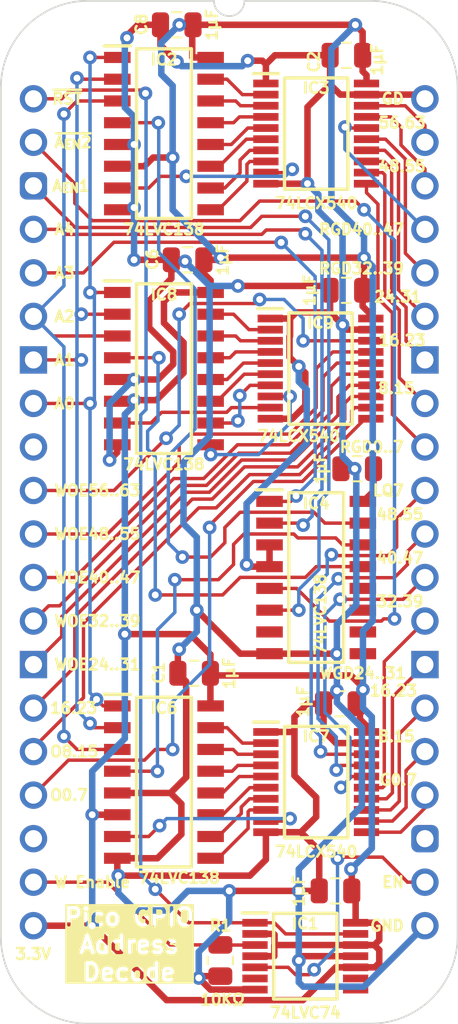
<source format=kicad_pcb>
(kicad_pcb (version 20240108) (generator "pcbnew") (generator_version "8.0")
  (layers (0 "F.Cu" signal) (31 "B.Cu" signal) (34 "B.Paste" user) (35 "F.Paste" user) (36 "B.SilkS" user "B.Silkscreen") (37 "F.SilkS" user "F.Silkscreen") (38 "B.Mask" user) (39 "F.Mask" user) (44 "Edge.Cuts" user))
  (net 0 "")
  (net 1 "/GND")
  (net 2 "/3.3V")
  (net 3 "/~{Reset}")
  (net 4 "/Enable")
  (net 8 "/A0")
  (net 9 "/A1")
  (net 10 "/A2")
  (net 11 "Net-(IC2-~{E1})")
  (net 12 "Net-(IC2-~{Y7})")
  (net 13 "Net-(IC2-~{Y6})")
  (net 14 "Net-(IC2-~{Y5})")
  (net 15 "Net-(IC2-~{Y4})")
  (net 16 "Net-(IC2-~{Y3})")
  (net 17 "Net-(IC2-~{Y2})")
  (net 18 "Net-(IC2-~{Y1})")
  (net 19 "Net-(IC2-~{Y0})")
  (net 20 "/Read GD _{0..7}")
  (net 21 "/Read GD _{8..15}")
  (net 22 "/Read GD _{16..23}")
  (net 23 "/Read GD _{24..31}")
  (net 24 "/Read GD _{32..39}")
  (net 25 "/Read GD _{40..47}")
  (net 26 "/Read GD _{48..55}")
  (net 27 "/Read GD _{56..63}")
  (net 28 "/A3")
  (net 29 "/A4")
  (net 30 "/~{A_{Enable}2}")
  (net 36 "Net-(IC4-~{Y2})")
  (net 37 "Net-(IC4-~{Y1})")
  (net 38 "Net-(IC6-~{Y7})")
  (net 39 "Net-(IC6-~{Y6})")
  (net 40 "Net-(IC6-~{Y5})")
  (net 41 "Net-(IC6-~{Y4})")
  (net 42 "Net-(IC6-~{Y3})")
  (net 43 "Net-(IC6-~{Y2})")
  (net 44 "Net-(IC6-~{Y1})")
  (net 45 "Net-(IC6-~{Y0})")
  (net 46 "/Write GD _{0..7}")
  (net 47 "/Write GD _{8..15}")
  (net 48 "/Write GD _{16..23}")
  (net 49 "/Write GD _{24..31}")
  (net 50 "/Write GD _{32..39}")
  (net 51 "/Write GD _{40..47}")
  (net 52 "/Write GD _{48..55}")
  (net 53 "/Write GD _{56..63}")
  (net 54 "Net-(IC8-~{Y7})")
  (net 55 "Net-(IC8-~{Y6})")
  (net 56 "Net-(IC8-~{Y5})")
  (net 57 "Net-(IC8-~{Y4})")
  (net 58 "Net-(IC8-~{Y3})")
  (net 59 "Net-(IC8-~{Y2})")
  (net 60 "Net-(IC8-~{Y1})")
  (net 61 "Net-(IC8-~{Y0})")
  (net 62 "/Write OE _{0..7}")
  (net 63 "/Write OE _{8..15}")
  (net 64 "/Write OE _{16..23}")
  (net 65 "/Write OE _{24..31}")
  (net 66 "/Write OE _{32..39}")
  (net 67 "/Write OE _{40..47}")
  (net 68 "/Write OE _{48..55}")
  (net 69 "/Write OE _{56..63}")
  (net 70 "/A_{Enable}1")
  (net 74 "/Write Enable")
  (footprint "SamacSys_Parts:R_0805" (layer "F.Cu") (at 125.222 103.632)
    (property "Reference" "R1")
    (property "Value" "10KΩ")
  )
  (footprint "SamacSys_Parts:DIP-40_Board_W22.86mm" (layer "F.Cu") (at 114.3 53.34)
    (property "Reference" "J1" (hide yes))
    (property "Value" "Conn_02x20_Counter_Clockwise")
    (fp_line (start -1.905 -0.635) (end -1.905 48.895) (stroke (width 0.1)) (layer "Edge.Cuts"))
    (fp_line (start 10.541 -5.715) (end 3.175 -5.715) (stroke (width 0.1)) (layer "Edge.Cuts"))
    (fp_line (start 19.685 -5.715) (end 12.319 -5.715) (stroke (width 0.1)) (layer "Edge.Cuts"))
    (fp_line (start 19.685 53.975) (end 3.175 53.975) (stroke (width 0.1)) (layer "Edge.Cuts"))
    (fp_line (start 24.765 48.895) (end 24.765 -0.635) (stroke (width 0.1)) (layer "Edge.Cuts"))
    (fp_arc (start -1.905 -0.635) (mid -0.417102 -4.227102) (end 3.175 -5.715) (stroke (width 0.1)) (layer "Edge.Cuts"))
    (fp_arc (start 3.175 53.975) (mid -0.417102 52.487102) (end -1.905 48.895) (stroke (width 0.1)) (layer "Edge.Cuts"))
    (fp_arc (start 12.319 -5.715) (mid 11.43 -4.826) (end 10.541 -5.715) (stroke (width 0.1)) (layer "Edge.Cuts"))
    (fp_arc (start 19.685 -5.715) (mid 23.277102 -4.227102) (end 24.765 -0.635) (stroke (width 0.1)) (layer "Edge.Cuts"))
    (fp_arc (start 24.765 48.895) (mid 23.277102 52.487102) (end 19.685 53.975) (stroke (width 0.1)) (layer "Edge.Cuts"))
  )
  (footprint "SamacSys_Parts:SOP65P640X110-14N" (layer "F.Cu") (at 130.175 103.378)
    (property "Reference" "IC1")
    (property "Value" "74LVC74APW,118" (hide yes))
  )
  (footprint "SamacSys_Parts:C_0805" (layer "F.Cu") (at 133.223 74.93 90)
    (property "Reference" "C5" (hide yes))
    (property "Value" "1μF")
  )
  (footprint "SamacSys_Parts:SOP65P640X120-20N" (layer "F.Cu") (at 130.81 55.372)
    (property "Reference" "IC3")
    (property "Value" "74LCX540FT" (hide yes))
  )
  (footprint "SamacSys_Parts:C_0805" (layer "F.Cu") (at 122.682 49.022 90)
    (property "Reference" "C8")
    (property "Value" "1μF")
  )
  (footprint "SamacSys_Parts:C_0805" (layer "F.Cu") (at 123.317 62.738 90)
    (property "Reference" "C6")
    (property "Value" "1μF")
  )
  (footprint "SamacSys_Parts:C_0805" (layer "F.Cu") (at 132.207 88.646 90)
    (property "Reference" "C4" (hide yes))
    (property "Value" "1μF")
  )
  (footprint "SamacSys_Parts:SOIC127P600X175-16N" (layer "F.Cu") (at 121.92 55.372)
    (property "Reference" "IC2")
    (property "Value" "74LVC138AD-Q100J" (hide yes))
  )
  (footprint "SamacSys_Parts:C_0805" (layer "F.Cu") (at 132.588 50.8 90)
    (property "Reference" "C2")
    (property "Value" "1μF")
  )
  (footprint "SamacSys_Parts:SOIC127P600X175-16N" (layer "F.Cu") (at 121.92 69.088)
    (property "Reference" "IC8")
    (property "Value" "74LVC138AD-Q100J" (hide yes))
  )
  (footprint "SamacSys_Parts:C_0805" (layer "F.Cu") (at 123.698 86.868 90)
    (property "Reference" "C1")
    (property "Value" "1μF")
  )
  (footprint "SamacSys_Parts:C_0805" (layer "F.Cu") (at 132.588 64.516 90)
    (property "Reference" "C7" (hide yes))
    (property "Value" "1μF")
  )
  (footprint "SamacSys_Parts:SOIC127P600X175-16N" (layer "F.Cu") (at 121.92 93.218)
    (property "Reference" "IC6")
    (property "Value" "74LVC138AD-Q100J" (hide yes))
  )
  (footprint "SamacSys_Parts:SOP65P640X120-20N" (layer "F.Cu") (at 131.064 69.088)
    (property "Reference" "IC9")
    (property "Value" "74LCX540FT" (hide yes))
  )
  (footprint "SamacSys_Parts:SOIC127P600X175-16N" (layer "F.Cu") (at 130.81 81.28)
    (property "Reference" "IC4")
    (property "Value" "74LVC138AD-Q100J" (hide yes))
  )
  (footprint "SamacSys_Parts:C_0805" (layer "F.Cu") (at 131.953 99.568 90)
    (property "Reference" "C3" (hide yes))
    (property "Value" "1μF")
  )
  (footprint "SamacSys_Parts:SOP65P640X120-20N" (layer "F.Cu") (at 130.81 93.218)
    (property "Reference" "IC7")
    (property "Value" "74LCX540FT" (hide yes))
  )
  (gr_text "WGD24..31" (at 136.144 86.868 0) (layer "F.SilkS") (effects (font (size 0.635 0.635) (thickness 0.15) (bold yes)) (justify right)))
  (gr_text "LQ7" (at 136.017 76.2 0) (layer "F.SilkS") (effects (font (size 0.635 0.635) (thickness 0.15) (bold yes)) (justify right)))
  (gr_text "40.47" (at 137.16 80.137 0) (layer "F.SilkS") (effects (font (size 0.635 0.635) (thickness 0.15) (bold yes)) (justify right)))
  (gr_text "48.55" (at 137.287 57.277 0) (layer "F.SilkS") (effects (font (size 0.635 0.635) (thickness 0.15) (bold yes)) (justify right)))
  (gr_text "8.15" (at 136.652 70.231 0) (layer "F.SilkS") (effects (font (size 0.635 0.635) (thickness 0.15) (bold yes)) (justify right)))
  (gr_text "16.23" (at 137.287 67.437 0) (layer "F.SilkS") (effects (font (size 0.635 0.635) (thickness 0.15) (bold yes)) (justify right)))
  (gr_text "A2" (at 115.443 66.04 0) (layer "F.SilkS") (effects (font (size 0.635 0.635) (thickness 0.15) (bold yes)) (justify left)))
  (gr_text "A0" (at 115.443 71.12 0) (layer "F.SilkS") (effects (font (size 0.635 0.635) (thickness 0.15) (bold yes)) (justify left)))
  (gr_text "WOE48..55" (at 115.443 78.74 0) (layer "F.SilkS") (effects (font (size 0.635 0.635) (thickness 0.15) (bold yes)) (justify left)))
  (gr_text "A4" (at 115.443 60.96 0) (layer "F.SilkS") (effects (font (size 0.635 0.635) (thickness 0.15) (bold yes)) (justify left)))
  (gr_text "WOE32..39" (at 115.443 83.82 0) (layer "F.SilkS") (effects (font (size 0.635 0.635) (thickness 0.15) (bold yes)) (justify left)))
  (gr_text "Pico GPIO\nAddress\nDecode" (at 119.888 104.902 0) (layer "F.SilkS" knockout) (effects (font (size 1 1) (thickness 0.2) (bold yes)) (justify bottom)))
  (gr_text "RGD40..47" (at 136.017 60.96 0) (layer "F.SilkS") (effects (font (size 0.635 0.635) (thickness 0.15) (bold yes)) (justify right)))
  (gr_text "32.39" (at 137.16 82.677 0) (layer "F.SilkS") (effects (font (size 0.635 0.635) (thickness 0.15) (bold yes)) (justify right)))
  (gr_text "O8.15" (at 115.189 91.44 0) (layer "F.SilkS") (effects (font (size 0.635 0.635) (thickness 0.15) (bold yes)) (justify left)))
  (gr_text "W Enable" (at 115.443 99.06 0) (layer "F.SilkS") (effects (font (size 0.635 0.635) (thickness 0.15) (bold yes)) (justify left)))
  (gr_text "48.55" (at 137.16 77.597 0) (layer "F.SilkS") (effects (font (size 0.635 0.635) (thickness 0.15) (bold yes)) (justify right)))
  (gr_text "RGD0..7" (at 136.017 73.66 0) (layer "F.SilkS") (effects (font (size 0.635 0.635) (thickness 0.15) (bold yes)) (justify right)))
  (gr_text "~{A_{EN}2}" (at 115.443 55.88 0) (layer "F.SilkS") (effects (font (size 0.635 0.635) (thickness 0.15) (bold yes)) (justify left)))
  (gr_text "G0.7" (at 136.779 93.091 0) (layer "F.SilkS") (effects (font (size 0.635 0.635) (thickness 0.15) (bold yes)) (justify right)))
  (gr_text "A_{EN}1" (at 115.316 58.42 0) (layer "F.SilkS") (effects (font (size 0.635 0.635) (thickness 0.15) (bold yes)) (justify left)))
  (gr_text "WOE40..47" (at 115.443 81.28 0) (layer "F.SilkS") (effects (font (size 0.635 0.635) (thickness 0.15) (bold yes)) (justify left)))
  (gr_text "GD" (at 136.017 53.34 0) (layer "F.SilkS") (effects (font (size 0.635 0.635) (thickness 0.15) (bold yes)) (justify right)))
  (gr_text "A1" (at 115.443 68.58 0) (layer "F.SilkS") (effects (font (size 0.635 0.635) (thickness 0.15) (bold yes)) (justify left)))
  (gr_text "WOE56..63" (at 115.443 76.2 0) (layer "F.SilkS") (effects (font (size 0.635 0.635) (thickness 0.15) (bold yes)) (justify left)))
  (gr_text "~{RST}" (at 115.316 53.34 0) (layer "F.SilkS") (effects (font (size 0.635 0.635) (thickness 0.15) (bold yes)) (justify left)))
  (gr_text "EN" (at 136.017 99.06 0) (layer "F.SilkS") (effects (font (size 0.635 0.635) (thickness 0.15) (bold yes)) (justify right)))
  (gr_text "A3" (at 115.443 63.5 0) (layer "F.SilkS") (effects (font (size 0.635 0.635) (thickness 0.15) (bold yes)) (justify left)))
  (gr_text "24.31" (at 137.033 64.897 0) (layer "F.SilkS") (effects (font (size 0.635 0.635) (thickness 0.15) (bold yes)) (justify right)))
  (gr_text "WOE24..31" (at 115.443 86.36 0) (layer "F.SilkS") (effects (font (size 0.635 0.635) (thickness 0.15) (bold yes)) (justify left)))
  (gr_text "RGD32..39" (at 136.017 63.246 0) (layer "F.SilkS") (effects (font (size 0.635 0.635) (thickness 0.15) (bold yes)) (justify right)))
  (gr_text "16.23" (at 115.189 88.9 0) (layer "F.SilkS") (effects (font (size 0.635 0.635) (thickness 0.15) (bold yes)) (justify left)))
  (gr_text "O0.7" (at 115.189 93.98 0) (layer "F.SilkS") (effects (font (size 0.635 0.635) (thickness 0.15) (bold yes)) (justify left)))
  (gr_text "8.15" (at 136.652 90.551 0) (layer "F.SilkS") (effects (font (size 0.635 0.635) (thickness 0.15) (bold yes)) (justify right)))
  (gr_text "56.63" (at 137.287 54.737 0) (layer "F.SilkS") (effects (font (size 0.635 0.635) (thickness 0.15) (bold yes)) (justify right)))
  (gr_text "16.23" (at 136.779 87.884 0) (layer "F.SilkS") (effects (font (size 0.635 0.635) (thickness 0.15) (bold yes)) (justify right)))
  (gr_text "GND" (at 136.017 101.6 0) (layer "F.SilkS") (effects (font (size 0.635 0.635) (thickness 0.15) (bold yes)) (justify right)))
  (gr_text "3.3V" (at 113.157 103.251 0) (layer "F.SilkS") (effects (font (size 0.635 0.635) (thickness 0.15) (bold yes)) (justify left)))
  (segment (start 132.34975 66.53225) (end 131.622 65.8045) (width 0.38) (layer "F.Cu") (net 1))
  (segment (start 122.351 62.738) (end 120.173475 62.738) (width 0.38) (layer "F.Cu") (net 1))
  (segment (start 131.622 65.8045) (end 131.622 64.516) (width 0.38) (layer "F.Cu") (net 1))
  (segment (start 122.463475 68.832332) (end 121.572807 69.723) (width 0.38) (layer "F.Cu") (net 1))
  (segment (start 130.81 95.25) (end 129.917 96.143) (width 0.38) (layer "F.Cu") (net 1))
  (segment (start 119.195 73.972) (end 118.745 74.422) (width 0.38) (layer "F.Cu") (net 1))
  (segment (start 122.463475 68.10506) (end 122.463475 68.832332) (width 0.38) (layer "F.Cu") (net 1))
  (segment (start 130.175 69.342) (end 129.793999 68.960999) (width 0.38) (layer "F.Cu") (net 1))
  (segment (start 121.716 50.215008) (end 122.682 51.181008) (width 0.38) (layer "F.Cu") (net 1))
  (segment (start 122.351 63.831) (end 121.058 65.124) (width 0.38) (layer "F.Cu") (net 1))
  (segment (start 128.126 72.013) (end 129.409 72.013) (width 0.38) (layer "F.Cu") (net 1))
  (segment (start 129.54 92.837) (end 130.81 94.107) (width 0.38) (layer "F.Cu") (net 1))
  (segment (start 121.058 65.124) (end 121.058 66.699585) (width 0.38) (layer "F.Cu") (net 1))
  (segment (start 122.732 86.868) (end 122.732 85.548) (width 0.38) (layer "F.Cu") (net 1))
  (segment (start 134.002 66.813) (end 132.6305 66.813) (width 0.38) (layer "F.Cu") (net 1))
  (segment (start 122.936 96.266) (end 121.539 97.663) (width 0.38) (layer "F.Cu") (net 1))
  (segment (start 129.54 90.293) (end 129.54 89.408) (width 0.38) (layer "F.Cu") (net 1))
  (segment (start 122.351 62.738) (end 123.062988 62.738) (width 0.38) (layer "F.Cu") (net 1))
  (segment (start 128.085 85.725) (end 132.018048 85.725) (width 0.38) (layer "F.Cu") (net 1))
  (segment (start 126.871 80.645) (end 126.746 80.52) (width 0.38) (layer "F.Cu") (net 1))
  (segment (start 119.195 69.723) (end 120.173475 69.723) (width 0.38) (layer "F.Cu") (net 1))
  (segment (start 133.113 103.378) (end 130.048 103.378) (width 0.38) (layer "F.Cu") (net 1))
  (segment (start 129.2535 68.4205) (end 129.2535 67.2155) (width 0.38) (layer "F.Cu") (net 1))
  (segment (start 130.81 94.107) (end 130.81 95.25) (width 0.38) (layer "F.Cu") (net 1))
  (segment (start 133.748 53.097) (end 136.917 53.097) (width 0.38) (layer "F.Cu") (net 1))
  (segment (start 126.376998 85.725) (end 123.836998 83.185) (width 0.38) (layer "F.Cu") (net 1))
  (segment (start 129.54 89.408) (end 130.302 88.646) (width 0.38) (layer "F.Cu") (net 1))
  (segment (start 128.085 85.725) (end 126.376998 85.725) (width 0.38) (layer "F.Cu") (net 1))
  (segment (start 130.048 103.378) (end 129.794 103.632) (width 0.38) (layer "F.Cu") (net 1))
  (segment (start 119.195 97.663) (end 119.195 98.621) (width 0.38) (layer "F.Cu") (net 1))
  (segment (start 122.936 94.488) (end 122.936 96.266) (width 0.38) (layer "F.Cu") (net 1))
  (segment (start 131.241 90.22) (end 131.241 88.646) (width 0.38) (layer "F.Cu") (net 1))
  (segment (start 132.257 74.93) (end 133.0575 74.93) (width 0.38) (layer "F.Cu") (net 1))
  (segment (start 129.54 90.293) (end 127.872 90.293) (width 0.38) (layer "F.Cu") (net 1))
  (segment (start 130.298 58.297) (end 130.302 58.293) (width 0.38) (layer "F.Cu") (net 1))
  (segment (start 121.539 97.663) (end 119.195 97.663) (width 0.38) (layer "F.Cu") (net 1))
  (segment (start 119.195 59.817) (end 120.046475 59.817) (width 0.38) (layer "F.Cu") (net 1))
  (segment (start 121.716 49.022) (end 121.716 50.215008) (width 0.38) (layer "F.Cu") (net 1))
  (segment (start 132.6305 66.813) (end 132.34975 66.53225) (width 0.38) (layer "F.Cu") (net 1))
  (segment (start 129.917 96.143) (end 130.987 97.213) (width 0.38) (layer "F.Cu") (net 1))
  (segment (start 128.085 79.375) (end 128.085 80.645) (width 0.38) (layer "F.Cu") (net 1))
  (segment (start 123.218 87.354) (end 123.218 92.936) (width 0.38) (layer "F.Cu") (net 1))
  (segment (start 126.9365 98.679) (end 127.872 97.7435) (width 0.38) (layer "F.Cu") (net 1))
  (segment (start 131.622 52.501) (end 132.218 53.097) (width 0.38) (layer "F.Cu") (net 1))
  (segment (start 124.0555 104.5445) (end 123.952 104.648) (width 0.38) (layer "F.Cu") (net 1))
  (segment (start 129.286 66.163) (end 128.126 66.163) (width 0.38) (layer "F.Cu") (net 1))
  (segment (start 123.218 92.936) (end 122.301 93.853) (width 0.38) (layer "F.Cu") (net 1))
  (segment (start 123.062988 62.738) (end 123.1515 62.826512) (width 0.38) (layer "F.Cu") (net 1))
  (segment (start 127.872 58.297) (end 130.298 58.297) (width 0.38) (layer "F.Cu") (net 1))
  (segment (start 129.54 90.293) (end 129.54 92.837) (width 0.38) (layer "F.Cu") (net 1))
  (segment (start 131.622 52.501) (end 130.302 53.821) (width 0.38) (layer "F.Cu") (net 1))
  (segment (start 120.046475 59.817) (end 120.173475 59.69) (width 0.38) (layer "F.Cu") (net 1))
  (segment (start 122.351 62.738) (end 122.351 63.831) (width 0.38) (layer "F.Cu") (net 1))
  (segment (start 132.003 87.884) (end 132.018048 87.884) (width 0.38) (layer "F.Cu") (net 1))
  (segment (start 129.917 96.143) (end 127.872 96.143) (width 0.38) (layer "F.Cu") (net 1))
  (segment (start 124.632 105.328) (end 123.952 104.648) (width 0.38) (layer "F.Cu") (net 1))
  (segment (start 127.872 51.325) (end 127.872 52.447) (width 0.38) (layer "F.Cu") (net 1))
  (segment (start 129.6445 65.8045) (end 129.286 66.163) (width 0.38) (layer "F.Cu") (net 1))
  (segment (start 131.622 65.8045) (end 129.6445 65.8045) (width 0.38) (layer "F.Cu") (net 1))
  (segment (start 121.572807 69.723) (end 120.173475 69.723) (width 0.38) (layer "F.Cu") (net 1))
  (segment (start 122.732 85.548) (end 122.809 85.471) (width 0.38) (layer "F.Cu") (net 1))
  (segment (start 130.302 88.646) (end 131.241 88.646) (width 0.38) (layer "F.Cu") (net 1))
  (segment (start 119.195 73.533) (end 119.195 73.972) (width 0.38) (layer "F.Cu") (net 1))
  (segment (start 120.396 49.022) (end 119.761 49.657) (width 0.38) (layer "F.Cu") (net 1))
  (segment (start 133.748 90.943) (end 131.964 90.943) (width 0.38) (layer "F.Cu") (net 1))
  (segment (start 129.286 67.183) (end 129.286 66.163) (width 0.38) (layer "F.Cu") (net 1))
  (segment (start 126.238 64.262) (end 131.368 64.262) (width 0.38) (layer "F.Cu") (net 1))
  (segment (start 122.301 93.853) (end 122.936 94.488) (width 0.38) (layer "F.Cu") (net 1))
  (segment (start 119.195 93.853) (end 122.301 93.853) (width 0.38) (layer "F.Cu") (net 1))
  (segment (start 131.622 50.8) (end 131.622 52.501) (width 0.38) (layer "F.Cu") (net 1))
  (segment (start 119.761 49.657) (end 119.761 49.784) (width 0.38) (layer "F.Cu") (net 1))
  (segment (start 129.409 72.013) (end 130.175 71.247) (width 0.38) (layer "F.Cu") (net 1))
  (segment (start 127.872 97.7435) (end 127.872 96.143) (width 0.38) (layer "F.Cu") (net 1))
  (segment (start 125.212 104.5445) (end 124.0555 104.5445) (width 0.38) (layer "F.Cu") (net 1))
  (segment (start 119.253 98.679) (end 126.9365 98.679) (width 0.38) (layer "F.Cu") (net 1))
  (segment (start 122.936 87.072) (end 123.218 87.354) (width 0.38) (layer "F.Cu") (net 1))
  (segment (start 129.793999 68.960999) (end 129.2535 68.4205) (width 0.38) (layer "F.Cu") (net 1))
  (segment (start 130.987 97.213) (end 130.987 99.568) (width 0.38) (layer "F.Cu") (net 1))
  (segment (start 131.964 90.943) (end 131.241 90.22) (width 0.38) (layer "F.Cu") (net 1))
  (segment (start 128.397 50.8) (end 127.872 51.325) (width 0.38) (layer "F.Cu") (net 1))
  (segment (start 127.237 105.328) (end 124.632 105.328) (width 0.38) (layer "F.Cu") (net 1))
  (segment (start 127.664503 51.117503) (end 126.809497 51.117503) (width 0.38) (layer "F.Cu") (net 1))
  (segment (start 119.195 98.621) (end 119.253 98.679) (width 0.38) (layer "F.Cu") (net 1))
  (segment (start 132.218 53.097) (end 133.748 53.097) (width 0.38) (layer "F.Cu") (net 1))
  (segment (start 130.987 99.568) (end 129.793994 99.568) (width 0.38) (layer "F.Cu") (net 1))
  (segment (start 130.302 53.821) (end 130.302 58.293) (width 0.38) (layer "F.Cu") (net 1))
  (segment (start 125.73 99.568) (end 129.793994 99.568) (width 0.38) (layer "F.Cu") (net 1))
  (segment (start 121.058 66.699585) (end 122.463475 68.10506) (width 0.38) (layer "F.Cu") (net 1))
  (segment (start 121.716 49.022) (end 120.396 49.022) (width 0.38) (layer "F.Cu") (net 1))
  (segment (start 131.622 50.8) (end 128.397 50.8) (width 0.38) (layer "F.Cu") (net 1))
  (segment (start 129.2535 67.2155) (end 129.286 67.183) (width 0.38) (layer "F.Cu") (net 1))
  (segment (start 130.175 71.247) (end 130.175 69.342) (width 0.38) (layer "F.Cu") (net 1))
  (segment (start 119.195 56.007) (end 120.173475 56.007) (width 0.38) (layer "F.Cu") (net 1))
  (segment (start 127.872 51.325) (end 127.664503 51.117503) (width 0.38) (layer "F.Cu") (net 1))
  (segment (start 128.085 80.645) (end 126.871 80.645) (width 0.38) (layer "F.Cu") (net 1))
  (segment (start 131.241 88.646) (end 132.003 87.884) (width 0.38) (layer "F.Cu") (net 1))
  (via (at 132.018048 87.884) (size 0.8) (drill 0.4) (layers "F.Cu" "B.Cu") (net 1))
  (via (at 126.238 64.262) (size 0.8) (drill 0.4) (layers "F.Cu" "B.Cu") (net 1))
  (via (at 133.0575 74.93) (size 0.8) (drill 0.4) (layers "F.Cu" "B.Cu") (net 1))
  (via (at 120.173475 62.738) (size 0.8) (drill 0.4) (layers "F.Cu" "B.Cu") (net 1))
  (via (at 132.34975 66.53225) (size 0.8) (drill 0.4) (layers "F.Cu" "B.Cu") (net 1))
  (via (at 126.746 80.52) (size 0.8) (drill 0.4) (layers "F.Cu" "B.Cu") (net 1))
  (via (at 122.682 51.181008) (size 0.8) (drill 0.4) (layers "F.Cu" "B.Cu") (net 1))
  (via (at 122.809 85.471) (size 0.8) (drill 0.4) (layers "F.Cu" "B.Cu") (net 1))
  (via (at 123.952 104.648) (size 0.8) (drill 0.4) (layers "F.Cu" "B.Cu") (net 1))
  (via (at 126.809497 51.117503) (size 0.8) (drill 0.4) (layers "F.Cu" "B.Cu") (net 1))
  (via (at 119.761 49.784) (size 0.8) (drill 0.4) (layers "F.Cu" "B.Cu") (net 1))
  (via (at 125.73 99.568) (size 0.8) (drill 0.4) (layers "F.Cu" "B.Cu") (net 1))
  (via (at 120.173475 59.69) (size 0.8) (drill 0.4) (layers "F.Cu" "B.Cu") (net 1))
  (via (at 129.793999 68.960999) (size 0.8) (drill 0.4) (layers "F.Cu" "B.Cu") (net 1))
  (via (at 120.173475 56.007) (size 0.8) (drill 0.4) (layers "F.Cu" "B.Cu") (net 1))
  (via (at 130.302 58.293) (size 0.8) (drill 0.4) (layers "F.Cu" "B.Cu") (net 1))
  (via (at 118.745 74.422) (size 0.8) (drill 0.4) (layers "F.Cu" "B.Cu") (net 1))
  (via (at 132.018048 85.725) (size 0.8) (drill 0.4) (layers "F.Cu" "B.Cu") (net 1))
  (via (at 129.793994 99.568) (size 0.8) (drill 0.4) (layers "F.Cu" "B.Cu") (net 1))
  (via (at 119.253 98.679) (size 0.8) (drill 0.4) (layers "F.Cu" "B.Cu") (net 1))
  (via (at 120.173475 69.723) (size 0.8) (drill 0.4) (layers "F.Cu" "B.Cu") (net 1))
  (via (at 123.836998 83.185) (size 0.8) (drill 0.4) (layers "F.Cu" "B.Cu") (net 1))
  (via (at 123.1515 62.826512) (size 0.8) (drill 0.4) (layers "F.Cu" "B.Cu") (net 1))
  (via (at 129.794 103.632) (size 0.8) (drill 0.4) (layers "F.Cu" "B.Cu") (net 1))
  (segment (start 129.793999 68.960999) (end 129.794 68.961) (width 0.38) (layer "B.Cu") (net 1))
  (segment (start 123.063 78.14994) (end 123.063 74.549) (width 0.38) (layer "B.Cu") (net 1))
  (segment (start 137.16 101.6) (end 133.604 105.156) (width 0.38) (layer "B.Cu") (net 1))
  (segment (start 133.0575 74.93) (end 133.151 75.0235) (width 0.38) (layer "B.Cu") (net 1))
  (segment (start 118.745 71.12) (end 120.142 69.723) (width 0.38) (layer "B.Cu") (net 1))
  (segment (start 120.269 100.711) (end 122.174 100.711) (width 0.38) (layer "B.Cu") (net 1))
  (segment (start 129.793994 98.298006) (end 129.793994 99.568) (width 0.38) (layer "B.Cu") (net 1))
  (segment (start 123.836998 83.185) (end 123.836998 78.923938) (width 0.38) (layer "B.Cu") (net 1))
  (segment (start 122.809 85.471) (end 123.836998 84.443002) (width 0.38) (layer "B.Cu") (net 1))
  (segment (start 124.586988 73.025012) (end 124.586988 64.262) (width 0.38) (layer "B.Cu") (net 1))
  (segment (start 120.173475 54.387475) (end 119.634 53.848) (width 0.38) (layer "B.Cu") (net 1))
  (segment (start 133.0575 74.93) (end 132.34975 74.22225) (width 0.38) (layer "B.Cu") (net 1))
  (segment (start 123.063 74.549) (end 124.586988 73.025012) (width 0.38) (layer "B.Cu") (net 1))
  (segment (start 132.34975 66.53225) (end 132.34975 61.287994) (width 0.38) (layer "B.Cu") (net 1))
  (segment (start 120.142 69.723) (end 120.173475 69.723) (width 0.38) (layer "B.Cu") (net 1))
  (segment (start 120.173475 56.007) (end 120.173475 59.69) (width 0.38) (layer "B.Cu") (net 1))
  (segment (start 133.151 82.876) (end 132.018048 84.008952) (width 0.38) (layer "B.Cu") (net 1))
  (segment (start 125.73 101.346) (end 125.73 99.568) (width 0.38) (layer "B.Cu") (net 1))
  (segment (start 132.018048 88.584048) (end 133.477 90.043) (width 0.38) (layer "B.Cu") (net 1))
  (segment (start 119.634 49.911) (end 119.634 53.848) (width 0.38) (layer "B.Cu") (net 1))
  (segment (start 119.253 99.695) (end 120.269 100.711) (width 0.38) (layer "B.Cu") (net 1))
  (segment (start 133.477 90.043) (end 133.477 94.615) (width 0.38) (layer "B.Cu") (net 1))
  (segment (start 129.794 68.961) (end 129.794 69.85) (width 0.38) (layer "B.Cu") (net 1))
  (segment (start 123.317 99.568) (end 125.73 99.568) (width 0.38) (layer "B.Cu") (net 1))
  (segment (start 130.258 73.45) (end 126.746 76.962) (width 0.38) (layer "B.Cu") (net 1))
  (segment (start 133.477 94.615) (end 129.793994 98.298006) (width 0.38) (layer "B.Cu") (net 1))
  (segment (start 133.604 105.156) (end 130.048 105.156) (width 0.38) (layer "B.Cu") (net 1))
  (segment (start 129.793994 103.631994) (end 129.793994 99.568) (width 0.38) (layer "B.Cu") (net 1))
  (segment (start 120.173475 56.007) (end 120.173475 54.387475) (width 0.38) (layer "B.Cu") (net 1))
  (segment (start 123.952 104.648) (end 123.952 103.124) (width 0.38) (layer "B.Cu") (net 1))
  (segment (start 123.836998 84.443002) (end 123.836998 83.185) (width 0.38) (layer "B.Cu") (net 1))
  (segment (start 122.174 100.711) (end 123.317 99.568) (width 0.38) (layer "B.Cu") (net 1))
  (segment (start 133.151 75.0235) (end 133.151 82.876) (width 0.38) (layer "B.Cu") (net 1))
  (segment (start 119.761 49.784) (end 119.634 49.911) (width 0.38) (layer "B.Cu") (net 1))
  (segment (start 119.253 98.679) (end 119.253 99.695) (width 0.38) (layer "B.Cu") (net 1))
  (segment (start 132.018048 84.008952) (end 132.018048 85.725) (width 0.38) (layer "B.Cu") (net 1))
  (segment (start 130.937 58.928) (end 130.302 58.293) (width 0.38) (layer "B.Cu") (net 1))
  (segment (start 129.794 103.632) (end 129.793994 103.631994) (width 0.38) (layer "B.Cu") (net 1))
  (segment (start 132.34975 61.287994) (end 130.937 59.875244) (width 0.38) (layer "B.Cu") (net 1))
  (segment (start 132.018048 87.884) (end 132.018048 88.584048) (width 0.38) (layer "B.Cu") (net 1))
  (segment (start 130.258 70.314) (end 130.258 73.45) (width 0.38) (layer "B.Cu") (net 1))
  (segment (start 129.794 104.902) (end 129.794 103.632) (width 0.38) (layer "B.Cu") (net 1))
  (segment (start 118.745 74.422) (end 118.745 71.12) (width 0.38) (layer "B.Cu") (net 1))
  (segment (start 130.048 105.156) (end 129.794 104.902) (width 0.38) (layer "B.Cu") (net 1))
  (segment (start 129.794 69.85) (end 130.258 70.314) (width 0.38) (layer "B.Cu") (net 1))
  (segment (start 132.018048 85.725) (end 132.018048 87.884) (width 0.38) (layer "B.Cu") (net 1))
  (segment (start 124.586988 64.262) (end 126.238 64.262) (width 0.38) (layer "B.Cu") (net 1))
  (segment (start 130.937 59.875244) (end 130.937 58.928) (width 0.38) (layer "B.Cu") (net 1))
  (segment (start 132.34975 74.22225) (end 132.34975 66.53225) (width 0.38) (layer "B.Cu") (net 1))
  (segment (start 126.809497 51.117503) (end 126.492 51.435) (width 0.38) (layer "B.Cu") (net 1))
  (segment (start 123.952 103.124) (end 125.73 101.346) (width 0.38) (layer "B.Cu") (net 1))
  (segment (start 126.746 76.962) (end 126.746 80.52) (width 0.38) (layer "B.Cu") (net 1))
  (segment (start 120.173475 59.69) (end 120.173475 62.738) (width 0.38) (layer "B.Cu") (net 1))
  (segment (start 123.1515 62.826512) (end 124.586988 64.262) (width 0.38) (layer "B.Cu") (net 1))
  (segment (start 126.492 51.435) (end 122.935992 51.435) (width 0.38) (layer "B.Cu") (net 1))
  (segment (start 122.935992 51.435) (end 122.682 51.181008) (width 0.38) (layer "B.Cu") (net 1))
  (segment (start 123.836998 78.923938) (end 123.063 78.14994) (width 0.38) (layer "B.Cu") (net 1))
  (segment (start 124.251 63.545) (end 124.251 62.738) (width 0.38) (layer "F.Cu") (net 2))
  (segment (start 122.8155 49.022) (end 123.616 49.022) (width 0.38) (layer "F.Cu") (net 2))
  (segment (start 133.522 50.8) (end 133.522 51.734) (width 0.38) (layer "F.Cu") (net 2))
  (segment (start 134.493 102.4405) (end 134.2055 102.728) (width 0.38) (layer "F.Cu") (net 2))
  (segment (start 123.571 50.927) (end 123.571 49.067) (width 0.38) (layer "F.Cu") (net 2))
  (segment (start 132.887 99.568) (end 132.887 98.343) (width 0.38) (layer "F.Cu") (net 2))
  (segment (start 127.237 102.078) (end 128.3295 102.078) (width 0.38) (layer "F.Cu") (net 2))
  (segment (start 124.632 86.868) (end 124.632 88.76) (width 0.38) (layer "F.Cu") (net 2))
  (segment (start 123.444 84.582) (end 124.632 85.77) (width 0.38) (layer "F.Cu") (net 2))
  (segment (start 120.777 57.277) (end 121.284995 56.769005) (width 0.38) (layer "F.Cu") (net 2))
  (segment (start 133.604 62.611) (end 125.22199 62.611) (width 0.38) (layer "F.Cu") (net 2))
  (segment (start 130.032903 105.943) (end 122.072 105.943) (width 0.38) (layer "F.Cu") (net 2))
  (segment (start 133.35 88.011) (end 133.5405 87.8205) (width 0.38) (layer "F.Cu") (net 2))
  (segment (start 128.3795 102.728) (end 128.3645 102.743) (width 0.38) (layer "F.Cu") (net 2))
  (segment (start 134.112 73.66) (end 134.112 74.885) (width 0.38) (layer "F.Cu") (net 2))
  (segment (start 134.002 65.93) (end 133.522 65.45) (width 0.38) (layer "F.Cu") (net 2))
  (segment (start 120.107261 70.993) (end 120.173475 70.926786) (width 0.38) (layer "F.Cu") (net 2))
  (segment (start 133.604 64.434) (end 133.604 62.611) (width 0.38) (layer "F.Cu") (net 2))
  (segment (start 123.063 67.564) (end 123.063 69.342) (width 0.38) (layer "F.Cu") (net 2))
  (segment (start 133.113 102.728) (end 128.3795 102.728) (width 0.38) (layer "F.Cu") (net 2))
  (segment (start 134.493 103.0155) (end 134.2055 102.728) (width 0.38) (layer "F.Cu") (net 2))
  (segment (start 123.063 69.342) (end 121.478214 70.926786) (width 0.38) (layer "F.Cu") (net 2))
  (segment (start 124.645 63.939) (end 124.251 63.545) (width 0.38) (layer "F.Cu") (net 2))
  (segment (start 132.887 98.343) (end 132.842 98.298) (width 0.38) (layer "F.Cu") (net 2))
  (segment (start 122.072 105.943) (end 117.729 101.6) (width 0.38) (layer "F.Cu") (net 2))
  (segment (start 128.3645 102.743) (end 128.3645 103.368) (width 0.38) (layer "F.Cu") (net 2))
  (segment (start 133.113 104.028) (end 131.947903 104.028) (width 0.38) (layer "F.Cu") (net 2))
  (segment (start 133.113 101.428) (end 133.113 99.794) (width 0.38) (layer "F.Cu") (net 2))
  (segment (start 134.2305 101.428) (end 134.493 101.6905) (width 0.38) (layer "F.Cu") (net 2))
  (segment (start 133.113 101.428) (end 134.2305 101.428) (width 0.38) (layer "F.Cu") (net 2))
  (segment (start 133.096 49.022) (end 133.522 49.448) (width 0.38) (layer "F.Cu") (net 2))
  (segment (start 119.195 70.993) (end 120.107261 70.993) (width 0.38) (layer "F.Cu") (net 2))
  (segment (start 123.616 49.022) (end 133.096 49.022) (width 0.38) (layer "F.Cu") (net 2))
  (segment (start 132.842 86.995) (end 133.5405 87.6935) (width 0.38) (layer "F.Cu") (net 2))
  (segment (start 124.645 64.643) (end 124.645 63.939) (width 0.38) (layer "F.Cu") (net 2))
  (segment (start 124.251 62.738) (end 125.09499 62.738) (width 0.38) (layer "F.Cu") (net 2))
  (segment (start 133.367 89.552) (end 133.367 88.872) (width 0.38) (layer "F.Cu") (net 2))
  (segment (start 124.645 64.643) (end 122.453771 64.643) (width 0.38) (layer "F.Cu") (net 2))
  (segment (start 128.3645 103.368) (end 128.3545 103.378) (width 0.38) (layer "F.Cu") (net 2))
  (segment (start 134.2055 102.728) (end 133.113 102.728) (width 0.38) (layer "F.Cu") (net 2))
  (segment (start 117.729 95.123) (end 119.195 95.123) (width 0.38) (layer "F.Cu") (net 2))
  (segment (start 128.3295 102.078) (end 128.3795 102.128) (width 0.38) (layer "F.Cu") (net 2))
  (segment (start 121.478214 70.926786) (end 120.173475 70.926786) (width 0.38) (layer "F.Cu") (net 2))
  (segment (start 119.634 84.582) (end 123.444 84.582) (width 0.38) (layer "F.Cu") (net 2))
  (segment (start 125.09499 62.738) (end 125.22199 62.611) (width 0.38) (layer "F.Cu") (net 2))
  (segment (start 128.3795 102.128) (end 128.3795 102.728) (width 0.38) (layer "F.Cu") (net 2))
  (segment (start 119.195 57.277) (end 120.777 57.277) (width 0.38) (layer "F.Cu") (net 2))
  (segment (start 133.113 104.028) (end 134.2305 104.028) (width 0.38) (layer "F.Cu") (net 2))
  (segment (start 128.3545 103.378) (end 127.237 103.378) (width 0.38) (layer "F.Cu") (net 2))
  (segment (start 133.522 49.448) (end 133.522 50.8) (width 0.38) (layer "F.Cu") (net 2))
  (segment (start 134.493 101.6905) (end 134.493 102.4405) (width 0.38) (layer "F.Cu") (net 2))
  (segment (start 133.748 89.933) (end 133.367 89.552) (width 0.38) (layer "F.Cu") (net 2))
  (segment (start 124.632 85.77) (end 124.632 86.868) (width 0.38) (layer "F.Cu") (net 2))
  (segment (start 133.748 90.293) (end 133.748 89.933) (width 0.38) (layer "F.Cu") (net 2))
  (segment (start 121.284995 56.769005) (end 122.427995 56.769005) (width 0.38) (layer "F.Cu") (net 2))
  (segment (start 133.567 76.835) (end 134.157 76.245) (width 0.38) (layer "F.Cu") (net 2))
  (segment (start 124.759 86.995) (end 132.842 86.995) (width 0.38) (layer "F.Cu") (net 2))
  (segment (start 121.92 65.176771) (end 121.92 66.421) (width 0.38) (layer "F.Cu") (net 2))
  (segment (start 134.002 66.163) (end 134.002 65.93) (width 0.38) (layer "F.Cu") (net 2))
  (segment (start 124.645 50.927) (end 123.571 50.927) (width 0.38) (layer "F.Cu") (net 2))
  (segment (start 133.748 51.96) (end 133.748 52.447) (width 0.38) (layer "F.Cu") (net 2))
  (segment (start 131.947903 104.028) (end 130.032903 105.943) (width 0.38) (layer "F.Cu") (net 2))
  (segment (start 133.522 51.734) (end 133.748 51.96) (width 0.38) (layer "F.Cu") (net 2))
  (segment (start 134.157 76.245) (end 134.157 74.93) (width 0.38) (layer "F.Cu") (net 2))
  (segment (start 133.522 65.45) (end 133.522 64.516) (width 0.38) (layer "F.Cu") (net 2))
  (segment (start 133.35 88.437) (end 133.35 88.011) (width 0.38) (layer "F.Cu") (net 2))
  (segment (start 134.493 103.7655) (end 134.493 103.0155) (width 0.38) (layer "F.Cu") (net 2))
  (segment (start 121.92 66.421) (end 123.063 67.564) (width 0.38) (layer "F.Cu") (net 2))
  (segment (start 114.3 101.6) (end 117.729 101.6) (width 0.38) (layer "F.Cu") (net 2))
  (segment (start 122.453771 64.643) (end 121.92 65.176771) (width 0.38) (layer "F.Cu") (net 2))
  (segment (start 134.2305 104.028) (end 134.493 103.7655) (width 0.38) (layer "F.Cu") (net 2))
  (segment (start 133.5405 87.6935) (end 133.5405 87.8205) (width 0.38) (layer "F.Cu") (net 2))
  (via (at 122.427995 56.769005) (size 0.8) (drill 0.4) (layers "F.Cu" "B.Cu") (net 2))
  (via (at 133.5405 87.8205) (size 0.8) (drill 0.4) (layers "F.Cu" "B.Cu") (net 2))
  (via (at 120.173475 70.926786) (size 0.8) (drill 0.4) (layers "F.Cu" "B.Cu") (net 2))
  (via (at 117.729 101.6) (size 0.8) (drill 0.4) (layers "F.Cu" "B.Cu") (net 2))
  (via (at 117.729 95.123) (size 0.8) (drill 0.4) (layers "F.Cu" "B.Cu") (net 2))
  (via (at 134.112 73.66) (size 0.8) (drill 0.4) (layers "F.Cu" "B.Cu") (net 2))
  (via (at 119.634 84.582) (size 0.8) (drill 0.4) (layers "F.Cu" "B.Cu") (net 2))
  (via (at 122.8155 49.022) (size 0.8) (drill 0.4) (layers "F.Cu" "B.Cu") (net 2))
  (via (at 132.842 98.298) (size 0.8) (drill 0.4) (layers "F.Cu" "B.Cu") (net 2))
  (via (at 133.604 62.611) (size 0.8) (drill 0.4) (layers "F.Cu" "B.Cu") (net 2))
  (via (at 133.096 49.022) (size 0.8) (drill 0.4) (layers "F.Cu" "B.Cu") (net 2))
  (via (at 125.22199 62.611) (size 0.8) (drill 0.4) (layers "F.Cu" "B.Cu") (net 2))
  (segment (start 133.5405 88.8915) (end 134.057 89.408) (width 0.38) (layer "B.Cu") (net 2))
  (segment (start 133.5405 84.3915) (end 134.112 83.82) (width 0.38) (layer "B.Cu") (net 2))
  (segment (start 122.427995 52.577995) (end 122.427995 56.769005) (width 0.38) (layer "B.Cu") (net 2))
  (segment (start 121.765 51.915) (end 122.427995 52.577995) (width 0.38) (layer "B.Cu") (net 2))
  (segment (start 117.729 92.583) (end 119.634 90.678) (width 0.38) (layer "B.Cu") (net 2))
  (segment (start 133.5405 87.8205) (end 133.5405 84.3915) (width 0.38) (layer "B.Cu") (net 2))
  (segment (start 134.057 89.408) (end 134.057 97.083) (width 0.38) (layer "B.Cu") (net 2))
  (segment (start 122.427998 59.817008) (end 122.427998 56.769008) (width 0.38) (layer "B.Cu") (net 2))
  (segment (start 134.112 73.66) (end 134.112 83.82) (width 0.38) (layer "B.Cu") (net 2))
  (segment (start 134.112 73.66) (end 134.112 63.119) (width 0.38) (layer "B.Cu") (net 2))
  (segment (start 117.729 95.123) (end 117.729 92.583) (width 0.38) (layer "B.Cu") (net 2))
  (segment (start 133.096 49.022) (end 131.699 50.419) (width 0.38) (layer "B.Cu") (net 2))
  (segment (start 119.634 84.582) (end 119.634 71.755) (width 0.38) (layer "B.Cu") (net 2))
  (segment (start 125.22199 62.611) (end 122.427998 59.817008) (width 0.38) (layer "B.Cu") (net 2))
  (segment (start 117.729 95.123) (end 117.729 101.6) (width 0.38) (layer "B.Cu") (net 2))
  (segment (start 131.699 50.419) (end 131.699 59.436) (width 0.38) (layer "B.Cu") (net 2))
  (segment (start 133.5405 87.8205) (end 133.5405 88.8915) (width 0.38) (layer "B.Cu") (net 2))
  (segment (start 131.699 59.436) (end 133.604 61.341) (width 0.38) (layer "B.Cu") (net 2))
  (segment (start 122.8155 49.022) (end 121.765 50.0725) (width 0.38) (layer "B.Cu") (net 2))
  (segment (start 122.427998 56.769008) (end 122.427995 56.769005) (width 0.38) (layer "B.Cu") (net 2))
  (segment (start 133.604 61.341) (end 133.604 62.611) (width 0.38) (layer "B.Cu") (net 2))
  (segment (start 134.057 97.083) (end 132.842 98.298) (width 0.38) (layer "B.Cu") (net 2))
  (segment (start 119.634 90.678) (end 119.634 84.582) (width 0.38) (layer "B.Cu") (net 2))
  (segment (start 134.112 63.119) (end 133.604 62.611) (width 0.38) (layer "B.Cu") (net 2))
  (segment (start 120.173475 71.215525) (end 120.173475 70.926786) (width 0.38) (layer "B.Cu") (net 2))
  (segment (start 121.765 50.0725) (end 121.765 51.915) (width 0.38) (layer "B.Cu") (net 2))
  (segment (start 119.634 71.755) (end 120.173475 71.215525) (width 0.38) (layer "B.Cu") (net 2))
  (segment (start 123.371 101.428) (end 121.412 99.469) (width 0.2) (layer "F.Cu") (net 3))
  (segment (start 129.022464 102.078) (end 133.113 102.078) (width 0.2) (layer "F.Cu") (net 3))
  (segment (start 127.237 101.428) (end 123.371 101.428) (width 0.2) (layer "F.Cu") (net 3))
  (segment (start 128.372464 101.428) (end 129.022464 102.078) (width 0.2) (layer "F.Cu") (net 3))
  (segment (start 116.459 52.832) (end 120.65 52.832) (width 0.2) (layer "F.Cu") (net 3))
  (segment (start 115.951 53.34) (end 116.459 52.832) (width 0.2) (layer "F.Cu") (net 3))
  (segment (start 120.65 52.832) (end 120.8405 53.0225) (width 0.2) (layer "F.Cu") (net 3))
  (segment (start 127.237 101.428) (end 128.372464 101.428) (width 0.2) (layer "F.Cu") (net 3))
  (segment (start 114.3 53.34) (end 115.951 53.34) (width 0.2) (layer "F.Cu") (net 3))
  (via (at 120.8405 53.0225) (size 0.8) (drill 0.4) (layers "F.Cu" "B.Cu") (net 3))
  (via (at 121.412 99.469) (size 0.8) (drill 0.4) (layers "F.Cu" "B.Cu") (net 3))
  (segment (start 120.873475 71.476632) (end 120.873475 53.055475) (width 0.2) (layer "B.Cu") (net 3))
  (segment (start 121.412 99.469) (end 120.561524 98.618524) (width 0.2) (layer "B.Cu") (net 3))
  (segment (start 120.561524 71.788583) (end 120.873475 71.476632) (width 0.2) (layer "B.Cu") (net 3))
  (segment (start 120.873475 53.055475) (end 120.8405 53.0225) (width 0.2) (layer "B.Cu") (net 3))
  (segment (start 120.561524 98.618524) (end 120.561524 71.788583) (width 0.2) (layer "B.Cu") (net 3))
  (segment (start 127.237 104.028) (end 129.174 104.028) (width 0.2) (layer "F.Cu") (net 4))
  (segment (start 137.16 99.06) (end 136.144 99.06) (width 0.2) (layer "F.Cu") (net 4))
  (segment (start 130.401174 104.4575) (end 130.690674 104.168) (width 0.2) (layer "F.Cu") (net 4))
  (segment (start 132.137749 97.598) (end 132.056076 97.679673) (width 0.2) (layer "F.Cu") (net 4))
  (segment (start 134.682 97.598) (end 132.137749 97.598) (width 0.2) (layer "F.Cu") (net 4))
  (segment (start 136.144 99.06) (end 134.682 97.598) (width 0.2) (layer "F.Cu") (net 4))
  (segment (start 129.6035 104.4575) (end 130.401174 104.4575) (width 0.2) (layer "F.Cu") (net 4))
  (segment (start 129.174 104.028) (end 129.6035 104.4575) (width 0.2) (layer "F.Cu") (net 4))
  (via (at 132.056076 97.679673) (size 0.8) (drill 0.4) (layers "F.Cu" "B.Cu") (net 4))
  (via (at 130.690674 104.168) (size 0.8) (drill 0.4) (layers "F.Cu" "B.Cu") (net 4))
  (segment (start 132.056076 97.679673) (end 132.056076 102.802598) (width 0.2) (layer "B.Cu") (net 4))
  (segment (start 132.056076 102.802598) (end 130.690674 104.168) (width 0.2) (layer "B.Cu") (net 4))
  (segment (start 119.195 88.773) (end 118.364 88.773) (width 0.2) (layer "F.Cu") (net 8))
  (segment (start 114.3 71.12) (end 117.602 71.12) (width 0.2) (layer "F.Cu") (net 8))
  (segment (start 118.364 88.773) (end 117.983 88.392) (width 0.2) (layer "F.Cu") (net 8))
  (segment (start 117.602 64.643) (end 119.195 64.643) (width 0.2) (layer "F.Cu") (net 8))
  (segment (start 119.195 50.927) (end 117.602 50.927) (width 0.2) (layer "F.Cu") (net 8))
  (via (at 117.983 88.392) (size 0.8) (drill 0.4) (layers "F.Cu" "B.Cu") (net 8))
  (via (at 117.602 64.643) (size 0.8) (drill 0.4) (layers "F.Cu" "B.Cu") (net 8))
  (via (at 117.602 50.927) (size 0.8) (drill 0.4) (layers "F.Cu" "B.Cu") (net 8))
  (via (at 117.602 71.12) (size 0.8) (drill 0.4) (layers "F.Cu" "B.Cu") (net 8))
  (segment (start 117.602 64.643) (end 117.856 64.897) (width 0.2) (layer "B.Cu") (net 8))
  (segment (start 117.856 70.866) (end 117.602 71.12) (width 0.2) (layer "B.Cu") (net 8))
  (segment (start 117.856 64.897) (end 117.856 70.866) (width 0.2) (layer "B.Cu") (net 8))
  (segment (start 117.602 71.12) (end 117.602 88.011) (width 0.2) (layer "B.Cu") (net 8))
  (segment (start 117.602 50.927) (end 117.602 64.643) (width 0.2) (layer "B.Cu") (net 8))
  (segment (start 117.602 88.011) (end 117.983 88.392) (width 0.2) (layer "B.Cu") (net 8))
  (segment (start 117.856 90.043) (end 117.602 89.789) (width 0.2) (layer "F.Cu") (net 9))
  (segment (start 119.195 65.913) (end 117.09399 65.913) (width 0.2) (layer "F.Cu") (net 9))
  (segment (start 116.905 52.197) (end 116.84 52.132) (width 0.2) (layer "F.Cu") (net 9))
  (segment (start 119.195 90.043) (end 117.856 90.043) (width 0.2) (layer "F.Cu") (net 9))
  (segment (start 119.195 52.197) (end 116.905 52.197) (width 0.2) (layer "F.Cu") (net 9))
  (segment (start 114.3 68.58) (end 117.094 68.58) (width 0.2) (layer "F.Cu") (net 9))
  (via (at 117.09399 65.913) (size 0.8) (drill 0.4) (layers "F.Cu" "B.Cu") (net 9))
  (via (at 117.094 68.58) (size 0.8) (drill 0.4) (layers "F.Cu" "B.Cu") (net 9))
  (via (at 116.84 52.132) (size 0.8) (drill 0.4) (layers "F.Cu" "B.Cu") (net 9))
  (via (at 117.602 89.789) (size 0.8) (drill 0.4) (layers "F.Cu" "B.Cu") (net 9))
  (segment (start 116.84 68.834) (end 116.84 89.027) (width 0.2) (layer "B.Cu") (net 9))
  (segment (start 116.84 66.16699) (end 116.84 68.326) (width 0.2) (layer "B.Cu") (net 9))
  (segment (start 116.84 89.027) (end 117.602 89.789) (width 0.2) (layer "B.Cu") (net 9))
  (segment (start 117.094 68.58) (end 116.84 68.834) (width 0.2) (layer "B.Cu") (net 9))
  (segment (start 116.84 68.326) (end 117.094 68.58) (width 0.2) (layer "B.Cu") (net 9))
  (segment (start 116.84 52.132) (end 116.84 65.65901) (width 0.2) (layer "B.Cu") (net 9))
  (segment (start 116.84 65.65901) (end 117.09399 65.913) (width 0.2) (layer "B.Cu") (net 9))
  (segment (start 117.09399 65.913) (end 116.84 66.16699) (width 0.2) (layer "B.Cu") (net 9))
  (segment (start 119.195 53.467) (end 116.84 53.467) (width 0.2) (layer "F.Cu") (net 10))
  (segment (start 115.443 67.183) (end 114.3 66.04) (width 0.2) (layer "F.Cu") (net 10))
  (segment (start 119.195 67.183) (end 115.443 67.183) (width 0.2) (layer "F.Cu") (net 10))
  (segment (start 116.84 53.467) (end 116.078 54.229) (width 0.2) (layer "F.Cu") (net 10))
  (segment (start 116.84 91.313) (end 116.078 90.551) (width 0.2) (layer "F.Cu") (net 10))
  (segment (start 119.195 91.313) (end 116.84 91.313) (width 0.2) (layer "F.Cu") (net 10))
  (via (at 116.078 54.229) (size 0.8) (drill 0.4) (layers "F.Cu" "B.Cu") (net 10))
  (via (at 116.078 90.551) (size 0.8) (drill 0.4) (layers "F.Cu" "B.Cu") (net 10))
  (segment (start 116.078 67.818) (end 116.078 90.551) (width 0.2) (layer "B.Cu") (net 10))
  (segment (start 114.3 66.04) (end 116.078 64.262) (width 0.2) (layer "B.Cu") (net 10))
  (segment (start 114.3 66.04) (end 116.078 67.818) (width 0.2) (layer "B.Cu") (net 10))
  (segment (start 116.078 64.262) (end 116.078 54.229) (width 0.2) (layer "B.Cu") (net 10))
  (segment (start 124.637153 80.086847) (end 122.996998 80.086847) (width 0.2) (layer "F.Cu") (net 11))
  (segment (start 131.318 78.105) (end 130.683 77.47) (width 0.2) (layer "F.Cu") (net 11))
  (segment (start 133.535 78.105) (end 131.318 78.105) (width 0.2) (layer "F.Cu") (net 11))
  (segment (start 119.195 54.737) (end 121.587995 54.737) (width 0.2) (layer "F.Cu") (net 11))
  (segment (start 125.476 79.248) (end 124.637153 80.086847) (width 0.2) (layer "F.Cu") (net 11))
  (segment (start 126.365 77.47) (end 125.476 78.359) (width 0.2) (layer "F.Cu") (net 11))
  (segment (start 130.683 77.47) (end 126.365 77.47) (width 0.2) (layer "F.Cu") (net 11))
  (segment (start 125.476 78.359) (end 125.476 79.248) (width 0.2) (layer "F.Cu") (net 11))
  (via (at 122.996998 80.086847) (size 0.8) (drill 0.4) (layers "F.Cu" "B.Cu") (net 11))
  (via (at 121.587995 54.737) (size 0.8) (drill 0.4) (layers "F.Cu" "B.Cu") (net 11))
  (segment (start 123.736 72.606) (end 123.736 64.427) (width 0.2) (layer "B.Cu") (net 11))
  (segment (start 121.6145 62.3055) (end 121.6145 54.763505) (width 0.2) (layer "B.Cu") (net 11))
  (segment (start 123.736 64.427) (end 121.6145 62.3055) (width 0.2) (layer "B.Cu") (net 11))
  (segment (start 122.174 74.168) (end 123.736 72.606) (width 0.2) (layer "B.Cu") (net 11))
  (segment (start 122.996998 80.086847) (end 122.174 79.263849) (width 0.2) (layer "B.Cu") (net 11))
  (segment (start 121.6145 54.763505) (end 121.587995 54.737) (width 0.2) (layer "B.Cu") (net 11))
  (segment (start 122.174 79.263849) (end 122.174 74.168) (width 0.2) (layer "B.Cu") (net 11))
  (segment (start 121.712233 57.865767) (end 123.218 57.865767) (width 0.2) (layer "F.Cu") (net 12))
  (segment (start 127.872 57.647) (end 129.223 57.647) (width 0.2) (layer "F.Cu") (net 12))
  (segment (start 119.195 58.547) (end 121.031 58.547) (width 0.2) (layer "F.Cu") (net 12))
  (segment (start 121.031 58.547) (end 121.712233 57.865767) (width 0.2) (layer "F.Cu") (net 12))
  (segment (start 129.223 57.647) (end 129.413 57.457) (width 0.2) (layer "F.Cu") (net 12))
  (via (at 123.218 57.865767) (size 0.8) (drill 0.4) (layers "F.Cu" "B.Cu") (net 12))
  (via (at 129.413 57.457) (size 0.8) (drill 0.4) (layers "F.Cu" "B.Cu") (net 12))
  (segment (start 129.004233 57.865767) (end 129.413 57.457) (width 0.2) (layer "B.Cu") (net 12))
  (segment (start 123.218 57.865767) (end 129.004233 57.865767) (width 0.2) (layer "B.Cu") (net 12))
  (segment (start 126.765 58.147) (end 126.765 57.1665) (width 0.2) (layer "F.Cu") (net 13))
  (segment (start 126.765 57.1665) (end 126.9345 56.997) (width 0.2) (layer "F.Cu") (net 13))
  (segment (start 126.9345 56.997) (end 127.872 56.997) (width 0.2) (layer "F.Cu") (net 13))
  (segment (start 125.095 59.817) (end 126.765 58.147) (width 0.2) (layer "F.Cu") (net 13))
  (segment (start 124.645 58.547) (end 125.476 58.547) (width 0.2) (layer "F.Cu") (net 14))
  (segment (start 125.476 58.547) (end 126.365 57.658) (width 0.2) (layer "F.Cu") (net 14))
  (segment (start 126.365 56.9165) (end 126.9345 56.347) (width 0.2) (layer "F.Cu") (net 14))
  (segment (start 126.365 57.658) (end 126.365 56.9165) (width 0.2) (layer "F.Cu") (net 14))
  (segment (start 126.9345 56.347) (end 127.872 56.347) (width 0.2) (layer "F.Cu") (net 14))
  (segment (start 125.152686 57.277) (end 126.732686 55.697) (width 0.2) (layer "F.Cu") (net 15))
  (segment (start 126.732686 55.697) (end 127.872 55.697) (width 0.2) (layer "F.Cu") (net 15))
  (segment (start 126.817 55.047) (end 127.872 55.047) (width 0.2) (layer "F.Cu") (net 16))
  (segment (start 125.857 56.007) (end 126.817 55.047) (width 0.2) (layer "F.Cu") (net 16))
  (segment (start 124.645 56.007) (end 125.857 56.007) (width 0.2) (layer "F.Cu") (net 16))
  (segment (start 124.645 54.737) (end 125.984 54.737) (width 0.2) (layer "F.Cu") (net 17))
  (segment (start 125.984 54.737) (end 126.324 54.397) (width 0.2) (layer "F.Cu") (net 17))
  (segment (start 126.324 54.397) (end 127.872 54.397) (width 0.2) (layer "F.Cu") (net 17))
  (segment (start 126.111 53.467) (end 126.391 53.747) (width 0.2) (layer "F.Cu") (net 18))
  (segment (start 124.645 53.467) (end 126.111 53.467) (width 0.2) (layer "F.Cu") (net 18))
  (segment (start 126.391 53.747) (end 127.872 53.747) (width 0.2) (layer "F.Cu") (net 18))
  (segment (start 126.503 53.097) (end 127.872 53.097) (width 0.2) (layer "F.Cu") (net 19))
  (segment (start 125.603 52.197) (end 126.503 53.097) (width 0.2) (layer "F.Cu") (net 19))
  (segment (start 124.645 52.197) (end 125.603 52.197) (width 0.2) (layer "F.Cu") (net 19))
  (segment (start 133.748 58.818) (end 134.417001 59.487001) (width 0.2) (layer "F.Cu") (net 20))
  (segment (start 133.748 58.297) (end 133.748 58.818) (width 0.2) (layer "F.Cu") (net 20))
  (segment (start 134.417001 64.994057) (end 135.26 65.837056) (width 0.2) (layer "F.Cu") (net 20))
  (segment (start 135.26 65.837056) (end 135.26 71.76) (width 0.2) (layer "F.Cu") (net 20))
  (segment (start 134.417001 59.487001) (end 134.417001 64.994057) (width 0.2) (layer "F.Cu") (net 20))
  (segment (start 135.26 71.76) (end 137.16 73.66) (width 0.2) (layer "F.Cu") (net 20))
  (segment (start 133.748 57.647) (end 134.6855 57.647) (width 0.2) (layer "F.Cu") (net 21))
  (segment (start 134.6855 57.647) (end 134.817001 57.778501) (width 0.2) (layer "F.Cu") (net 21))
  (segment (start 134.817001 64.828372) (end 135.66 65.671371) (width 0.2) (layer "F.Cu") (net 21))
  (segment (start 135.66 69.62) (end 137.16 71.12) (width 0.2) (layer "F.Cu") (net 21))
  (segment (start 134.817001 57.778501) (end 134.817001 64.828372) (width 0.2) (layer "F.Cu") (net 21))
  (segment (start 135.66 65.671371) (end 135.66 69.62) (width 0.2) (layer "F.Cu") (net 21))
  (segment (start 133.748 56.997) (end 134.7655 56.997) (width 0.2) (layer "F.Cu") (net 22))
  (segment (start 136.06 65.505686) (end 136.06 67.48) (width 0.2) (layer "F.Cu") (net 22))
  (segment (start 135.217001 57.448501) (end 135.217001 64.662687) (width 0.2) (layer "F.Cu") (net 22))
  (segment (start 134.7655 56.997) (end 135.217001 57.448501) (width 0.2) (layer "F.Cu") (net 22))
  (segment (start 135.217001 64.662687) (end 136.06 65.505686) (width 0.2) (layer "F.Cu") (net 22))
  (segment (start 136.06 67.48) (end 137.16 68.58) (width 0.2) (layer "F.Cu") (net 22))
  (segment (start 134.814001 56.347) (end 135.617001 57.15) (width 0.2) (layer "F.Cu") (net 23))
  (segment (start 135.617001 57.15) (end 135.617001 64.497001) (width 0.2) (layer "F.Cu") (net 23))
  (segment (start 133.748 56.347) (end 134.814001 56.347) (width 0.2) (layer "F.Cu") (net 23))
  (segment (start 135.617001 64.497001) (end 137.16 66.04) (width 0.2) (layer "F.Cu") (net 23))
  (segment (start 136.017001 56.858322) (end 136.017001 62.357001) (width 0.2) (layer "F.Cu") (net 24))
  (segment (start 133.748 55.697) (end 134.855679 55.697) (width 0.2) (layer "F.Cu") (net 24))
  (segment (start 134.855679 55.697) (end 136.017001 56.858322) (width 0.2) (layer "F.Cu") (net 24))
  (segment (start 136.017001 62.357001) (end 137.16 63.5) (width 0.2) (layer "F.Cu") (net 24))
  (segment (start 132.545 55.047) (end 132.489 54.991) (width 0.2) (layer "F.Cu") (net 25))
  (segment (start 133.748 55.047) (end 132.545 55.047) (width 0.2) (layer "F.Cu") (net 25))
  (via (at 132.489 54.991) (size 0.8) (drill 0.4) (layers "F.Cu" "B.Cu") (net 25))
  (segment (start 137.16 60.96) (end 132.489 56.289) (width 0.2) (layer "B.Cu") (net 25))
  (segment (start 132.489 56.289) (end 132.489 54.991) (width 0.2) (layer "B.Cu") (net 25))
  (segment (start 135.763 54.991) (end 135.763 56.038635) (width 0.2) (layer "F.Cu") (net 26))
  (segment (start 137.16 57.435635) (end 137.16 58.42) (width 0.2) (layer "F.Cu") (net 26))
  (segment (start 135.169 54.397) (end 135.763 54.991) (width 0.2) (layer "F.Cu") (net 26))
  (segment (start 133.748 54.397) (end 135.169 54.397) (width 0.2) (layer "F.Cu") (net 26))
  (segment (start 135.763 56.038635) (end 137.16 57.435635) (width 0.2) (layer "F.Cu") (net 26))
  (segment (start 133.748 53.747) (end 136.011365 53.747) (width 0.2) (layer "F.Cu") (net 27))
  (segment (start 136.011365 53.747) (end 137.16 54.895635) (width 0.2) (layer "F.Cu") (net 27))
  (segment (start 137.16 54.895635) (end 137.16 55.88) (width 0.2) (layer "F.Cu") (net 27))
  (segment (start 114.3 63.5) (end 117.212 63.5) (width 0.2) (layer "F.Cu") (net 28))
  (segment (start 117.212 63.5) (end 118.999 61.713) (width 0.2) (layer "F.Cu") (net 28))
  (segment (start 128.085 76.835) (end 129.321794 76.835) (width 0.2) (layer "F.Cu") (net 28))
  (segment (start 129.321794 76.835) (end 129.633503 76.523291) (width 0.2) (layer "F.Cu") (net 28))
  (segment (start 128.754273 61.713) (end 128.765994 61.724721) (width 0.2) (layer "F.Cu") (net 28))
  (segment (start 118.999 61.713) (end 128.754273 61.713) (width 0.2) (layer "F.Cu") (net 28))
  (via (at 129.633503 76.523291) (size 0.8) (drill 0.4) (layers "F.Cu" "B.Cu") (net 28))
  (via (at 128.765994 61.724721) (size 0.8) (drill 0.4) (layers "F.Cu" "B.Cu") (net 28))
  (segment (start 130.748 75.408794) (end 129.633503 76.523291) (width 0.2) (layer "B.Cu") (net 28))
  (segment (start 128.765994 61.724721) (end 130.748 63.706727) (width 0.2) (layer "B.Cu") (net 28))
  (segment (start 130.748 63.706727) (end 130.748 75.408794) (width 0.2) (layer "B.Cu") (net 28))
  (segment (start 116.205 61.252) (end 127.635 61.252) (width 0.2) (layer "F.Cu") (net 29))
  (segment (start 128.085 78.105) (end 129.932996 78.105) (width 0.2) (layer "F.Cu") (net 29))
  (segment (start 115.913 60.96) (end 116.205 61.252) (width 0.2) (layer "F.Cu") (net 29))
  (segment (start 129.959 60.998) (end 130.175 61.214) (width 0.2) (layer "F.Cu") (net 29))
  (segment (start 127.635 61.252) (end 127.889 60.998) (width 0.2) (layer "F.Cu") (net 29))
  (segment (start 127.889 60.998) (end 129.959 60.998) (width 0.2) (layer "F.Cu") (net 29))
  (segment (start 129.932996 78.105) (end 130.047996 78.22) (width 0.2) (layer "F.Cu") (net 29))
  (segment (start 114.3 60.96) (end 115.913 60.96) (width 0.2) (layer "F.Cu") (net 29))
  (via (at 130.047996 78.22) (size 0.8) (drill 0.4) (layers "F.Cu" "B.Cu") (net 29))
  (via (at 130.175 61.214) (size 0.8) (drill 0.4) (layers "F.Cu" "B.Cu") (net 29))
  (segment (start 130.575 77.692996) (end 130.047996 78.22) (width 0.2) (layer "B.Cu") (net 29))
  (segment (start 130.575 76.694685) (end 130.575 77.692996) (width 0.2) (layer "B.Cu") (net 29))
  (segment (start 131.148 62.187) (end 131.148 76.121685) (width 0.2) (layer "B.Cu") (net 29))
  (segment (start 130.175 61.214) (end 131.148 62.187) (width 0.2) (layer "B.Cu") (net 29))
  (segment (start 131.148 76.121685) (end 130.575 76.694685) (width 0.2) (layer "B.Cu") (net 29))
  (segment (start 129.667 81.915) (end 128.085 81.915) (width 0.2) (layer "F.Cu") (net 30))
  (segment (start 134.747 83.693) (end 134.619999 83.820001) (width 0.2) (layer "F.Cu") (net 30))
  (segment (start 133.096 59.309) (end 133.604 59.817) (width 0.2) (layer "F.Cu") (net 30))
  (segment (start 127.508 59.309) (end 133.096 59.309) (width 0.2) (layer "F.Cu") (net 30))
  (segment (start 117.729 60.452) (end 126.365 60.452) (width 0.2) (layer "F.Cu") (net 30))
  (segment (start 135.382 83.693) (end 134.747 83.693) (width 0.2) (layer "F.Cu") (net 30))
  (segment (start 114.3 55.88) (end 116.713 58.293) (width 0.2) (layer "F.Cu") (net 30))
  (segment (start 134.619999 83.820001) (end 131.572001 83.820001) (width 0.2) (layer "F.Cu") (net 30))
  (segment (start 116.713 58.293) (end 116.713 59.436) (width 0.2) (layer "F.Cu") (net 30))
  (segment (start 126.365 60.452) (end 127.508 59.309) (width 0.2) (layer "F.Cu") (net 30))
  (segment (start 131.572001 83.820001) (end 129.667 81.915) (width 0.2) (layer "F.Cu") (net 30))
  (segment (start 116.713 59.436) (end 117.729 60.452) (width 0.2) (layer "F.Cu") (net 30))
  (via (at 133.604 59.817) (size 0.8) (drill 0.4) (layers "F.Cu" "B.Cu") (net 30))
  (via (at 135.382 83.693) (size 0.8) (drill 0.4) (layers "F.Cu" "B.Cu") (net 30))
  (segment (start 135.382 61.595) (end 135.382 83.693) (width 0.2) (layer "B.Cu") (net 30))
  (segment (start 133.604 59.817) (end 135.382 61.595) (width 0.2) (layer "B.Cu") (net 30))
  (segment (start 119.195 68.453) (end 121.623475 68.453) (width 0.2) (layer "F.Cu") (net 36))
  (segment (start 130.81 80.645) (end 130.185 81.27) (width 0.2) (layer "F.Cu") (net 36))
  (segment (start 133.535 80.645) (end 130.81 80.645) (width 0.2) (layer "F.Cu") (net 36))
  (segment (start 126.375 81.27) (end 125.349 82.296) (width 0.2) (layer "F.Cu") (net 36))
  (segment (start 125.349 82.296) (end 121.412 82.296) (width 0.2) (layer "F.Cu") (net 36))
  (segment (start 130.185 81.27) (end 126.375 81.27) (width 0.2) (layer "F.Cu") (net 36))
  (via (at 121.412 82.296) (size 0.8) (drill 0.4) (layers "F.Cu" "B.Cu") (net 36))
  (via (at 121.623475 68.453) (size 0.8) (drill 0.4) (layers "F.Cu" "B.Cu") (net 36))
  (segment (start 120.966 73.787) (end 120.966 72.73505) (width 0.2) (layer "B.Cu") (net 36))
  (segment (start 121.412 74.233) (end 120.966 73.787) (width 0.2) (layer "B.Cu") (net 36))
  (segment (start 121.412 82.296) (end 121.412 74.233) (width 0.2) (layer "B.Cu") (net 36))
  (segment (start 120.966 72.73505) (end 121.573475 72.127575) (width 0.2) (layer "B.Cu") (net 36))
  (segment (start 121.573475 68.503) (end 121.623475 68.453) (width 0.2) (layer "B.Cu") (net 36))
  (segment (start 121.573475 72.127575) (end 121.573475 68.503) (width 0.2) (layer "B.Cu") (net 36))
  (segment (start 126.590156 78.74) (end 125.984 79.346156) (width 0.2) (layer "F.Cu") (net 37))
  (segment (start 119.195 92.583) (end 121.539006 92.583) (width 0.2) (layer "F.Cu") (net 37))
  (segment (start 125.095 81.407) (end 122.555004 81.407) (width 0.2) (layer "F.Cu") (net 37))
  (segment (start 125.984 80.518) (end 125.095 81.407) (width 0.2) (layer "F.Cu") (net 37))
  (segment (start 131.953 78.97) (end 129.737335 78.97) (width 0.2) (layer "F.Cu") (net 37))
  (segment (start 133.535 79.375) (end 132.358 79.375) (width 0.2) (layer "F.Cu") (net 37))
  (segment (start 132.358 79.375) (end 131.953 78.97) (width 0.2) (layer "F.Cu") (net 37))
  (segment (start 129.737335 78.97) (end 129.507335 78.74) (width 0.2) (layer "F.Cu") (net 37))
  (segment (start 129.507335 78.74) (end 126.590156 78.74) (width 0.2) (layer "F.Cu") (net 37))
  (segment (start 125.984 79.346156) (end 125.984 80.518) (width 0.2) (layer "F.Cu") (net 37))
  (via (at 121.539006 92.583) (size 0.8) (drill 0.4) (layers "F.Cu" "B.Cu") (net 37))
  (via (at 122.555004 81.407) (size 0.8) (drill 0.4) (layers "F.Cu" "B.Cu") (net 37))
  (segment (start 122.555004 83.311996) (end 121.539006 84.327994) (width 0.2) (layer "B.Cu") (net 37))
  (segment (start 122.555004 81.407) (end 122.555004 83.311996) (width 0.2) (layer "B.Cu") (net 37))
  (segment (start 121.539006 84.327994) (end 121.539006 92.583) (width 0.2) (layer "B.Cu") (net 37))
  (segment (start 119.195 96.393) (end 121.031 96.393) (width 0.2) (layer "F.Cu") (net 38))
  (segment (start 129.142 95.493) (end 129.286 95.349) (width 0.2) (layer "F.Cu") (net 38))
  (segment (start 121.031 96.393) (end 121.666 95.758) (width 0.2) (layer "F.Cu") (net 38))
  (segment (start 127.872 95.493) (end 129.142 95.493) (width 0.2) (layer "F.Cu") (net 38))
  (via (at 129.286 95.349) (size 0.8) (drill 0.4) (layers "F.Cu" "B.Cu") (net 38))
  (via (at 121.666 95.758) (size 0.8) (drill 0.4) (layers "F.Cu" "B.Cu") (net 38))
  (segment (start 129.286 95.349) (end 122.075 95.349) (width 0.2) (layer "B.Cu") (net 38))
  (segment (start 122.075 95.349) (end 121.666 95.758) (width 0.2) (layer "B.Cu") (net 38))
  (segment (start 126.8345 95.9235) (end 126.8345 94.943) (width 0.2) (layer "F.Cu") (net 39))
  (segment (start 126.9345 94.843) (end 127.872 94.843) (width 0.2) (layer "F.Cu") (net 39))
  (segment (start 126.8345 94.943) (end 126.9345 94.843) (width 0.2) (layer "F.Cu") (net 39))
  (segment (start 125.095 97.663) (end 126.8345 95.9235) (width 0.2) (layer "F.Cu") (net 39))
  (segment (start 126.4345 95.0535) (end 126.4345 94.6725) (width 0.2) (layer "F.Cu") (net 40))
  (segment (start 126.914 94.193) (end 127.872 94.193) (width 0.2) (layer "F.Cu") (net 40))
  (segment (start 125.095 96.393) (end 126.4345 95.0535) (width 0.2) (layer "F.Cu") (net 40))
  (segment (start 126.4345 94.6725) (end 126.914 94.193) (width 0.2) (layer "F.Cu") (net 40))
  (segment (start 124.645 95.123) (end 125.349 95.123) (width 0.2) (layer "F.Cu") (net 41))
  (segment (start 126.929 93.543) (end 127.872 93.543) (width 0.2) (layer "F.Cu") (net 41))
  (segment (start 125.349 95.123) (end 126.929 93.543) (width 0.2) (layer "F.Cu") (net 41))
  (segment (start 127.872 92.893) (end 126.309 92.893) (width 0.2) (layer "F.Cu") (net 42))
  (segment (start 126.309 92.893) (end 125.349 93.853) (width 0.2) (layer "F.Cu") (net 42))
  (segment (start 125.349 93.853) (end 124.645 93.853) (width 0.2) (layer "F.Cu") (net 42))
  (segment (start 126.238 92.243) (end 127.872 92.243) (width 0.2) (layer "F.Cu") (net 43))
  (segment (start 125.898 92.583) (end 126.238 92.243) (width 0.2) (layer "F.Cu") (net 43))
  (segment (start 124.645 92.583) (end 125.898 92.583) (width 0.2) (layer "F.Cu") (net 43))
  (segment (start 124.645 91.313) (end 125.958 91.313) (width 0.2) (layer "F.Cu") (net 44))
  (segment (start 127.872 91.593) (end 126.238 91.593) (width 0.2) (layer "F.Cu") (net 44))
  (segment (start 125.958 91.313) (end 126.238 91.593) (width 0.2) (layer "F.Cu") (net 44))
  (segment (start 125.603 90.043) (end 126.503 90.943) (width 0.2) (layer "F.Cu") (net 45))
  (segment (start 124.645 90.043) (end 125.603 90.043) (width 0.2) (layer "F.Cu") (net 45))
  (segment (start 126.503 90.943) (end 127.872 90.943) (width 0.2) (layer "F.Cu") (net 45))
  (segment (start 135.74705 96.143) (end 137.16 94.73005) (width 0.2) (layer "F.Cu") (net 46))
  (segment (start 133.748 96.143) (end 135.74705 96.143) (width 0.2) (layer "F.Cu") (net 46))
  (segment (start 137.16 94.73005) (end 137.16 93.98) (width 0.2) (layer "F.Cu") (net 46))
  (segment (start 136.06 92.54) (end 137.16 91.44) (width 0.2) (layer "F.Cu") (net 47))
  (segment (start 133.748 95.493) (end 135.266 95.493) (width 0.2) (layer "F.Cu") (net 47))
  (segment (start 136.06 94.699) (end 136.06 92.54) (width 0.2) (layer "F.Cu") (net 47))
  (segment (start 135.266 95.493) (end 136.06 94.699) (width 0.2) (layer "F.Cu") (net 47))
  (segment (start 135.154 94.843) (end 135.66 94.337) (width 0.2) (layer "F.Cu") (net 48))
  (segment (start 133.748 94.843) (end 135.154 94.843) (width 0.2) (layer "F.Cu") (net 48))
  (segment (start 135.66 90.4) (end 137.16 88.9) (width 0.2) (layer "F.Cu") (net 48))
  (segment (start 135.66 94.337) (end 135.66 90.4) (width 0.2) (layer "F.Cu") (net 48))
  (segment (start 133.748 94.193) (end 134.915 94.193) (width 0.2) (layer "F.Cu") (net 49))
  (segment (start 134.915 94.193) (end 135.26 93.848) (width 0.2) (layer "F.Cu") (net 49))
  (segment (start 135.26 88.26) (end 137.16 86.36) (width 0.2) (layer "F.Cu") (net 49))
  (segment (start 135.26 93.848) (end 135.26 88.26) (width 0.2) (layer "F.Cu") (net 49))
  (segment (start 133.748 93.543) (end 134.6855 93.543) (width 0.2) (layer "F.Cu") (net 50))
  (segment (start 134.7855 86.1945) (end 137.16 83.82) (width 0.2) (layer "F.Cu") (net 50))
  (segment (start 134.6855 93.543) (end 134.7855 93.443) (width 0.2) (layer "F.Cu") (net 50))
  (segment (start 134.7855 93.443) (end 134.7855 86.1945) (width 0.2) (layer "F.Cu") (net 50))
  (segment (start 137.16 81.28) (end 135.89 82.55) (width 0.2) (layer "F.Cu") (net 51))
  (segment (start 132.887226 92.893) (end 132.25369 93.526536) (width 0.2) (layer "F.Cu") (net 51))
  (segment (start 135.89 82.55) (end 132.207 82.55) (width 0.2) (layer "F.Cu") (net 51))
  (segment (start 133.748 92.893) (end 132.887226 92.893) (width 0.2) (layer "F.Cu") (net 51))
  (via (at 132.207 82.55) (size 0.8) (drill 0.4) (layers "F.Cu" "B.Cu") (net 51))
  (via (at 132.25369 93.526536) (size 0.8) (drill 0.4) (layers "F.Cu" "B.Cu") (net 51))
  (segment (start 131.318 89.154) (end 132.78 90.616) (width 0.2) (layer "B.Cu") (net 51))
  (segment (start 132.207 82.55) (end 131.318 83.439) (width 0.2) (layer "B.Cu") (net 51))
  (segment (start 131.318 83.439) (end 131.318 89.154) (width 0.2) (layer "B.Cu") (net 51))
  (segment (start 132.78 93.000226) (end 132.25369 93.526536) (width 0.2) (layer "B.Cu") (net 51))
  (segment (start 132.78 90.616) (end 132.78 93.000226) (width 0.2) (layer "B.Cu") (net 51))
  (segment (start 132.159965 81.29) (end 132.097422 81.352543) (width 0.2) (layer "F.Cu") (net 52))
  (segment (start 136.144 80.518) (end 135.372 81.29) (width 0.2) (layer "F.Cu") (net 52))
  (segment (start 137.16 78.74) (end 136.144 79.756) (width 0.2) (layer "F.Cu") (net 52))
  (segment (start 135.372 81.29) (end 132.159965 81.29) (width 0.2) (layer "F.Cu") (net 52))
  (segment (start 136.144 79.756) (end 136.144 80.518) (width 0.2) (layer "F.Cu") (net 52))
  (segment (start 133.748 92.243) (end 132.252659 92.243) (width 0.2) (layer "F.Cu") (net 52))
  (segment (start 132.252659 92.243) (end 131.983864 92.511795) (width 0.2) (layer "F.Cu") (net 52))
  (via (at 132.097422 81.352543) (size 0.8) (drill 0.4) (layers "F.Cu" "B.Cu") (net 52))
  (via (at 131.983864 92.511795) (size 0.8) (drill 0.4) (layers "F.Cu" "B.Cu") (net 52))
  (segment (start 130.918 82.531965) (end 130.918 89.516) (width 0.2) (layer "B.Cu") (net 52))
  (segment (start 130.918 89.516) (end 131.983864 90.581864) (width 0.2) (layer "B.Cu") (net 52))
  (segment (start 131.983864 90.581864) (end 131.983864 92.511795) (width 0.2) (layer "B.Cu") (net 52))
  (segment (start 132.097422 81.352543) (end 130.918 82.531965) (width 0.2) (layer "B.Cu") (net 52))
  (segment (start 131.754 80) (end 135.011 80) (width 0.2) (layer "F.Cu") (net 53))
  (segment (start 131.699 79.945) (end 131.754 80) (width 0.2) (layer "F.Cu") (net 53))
  (segment (start 133.748 91.593) (end 131.217 91.593) (width 0.2) (layer "F.Cu") (net 53))
  (segment (start 131.217 91.593) (end 131.064 91.44) (width 0.2) (layer "F.Cu") (net 53))
  (segment (start 135.509 79.502) (end 135.509 77.851) (width 0.2) (layer "F.Cu") (net 53))
  (segment (start 135.509 77.851) (end 137.16 76.2) (width 0.2) (layer "F.Cu") (net 53))
  (segment (start 135.011 80) (end 135.509 79.502) (width 0.2) (layer "F.Cu") (net 53))
  (via (at 131.699 79.945) (size 0.8) (drill 0.4) (layers "F.Cu" "B.Cu") (net 53))
  (via (at 131.064 91.44) (size 0.8) (drill 0.4) (layers "F.Cu" "B.Cu") (net 53))
  (segment (start 131.454907 81.07474) (end 130.518 82.011647) (width 0.2) (layer "B.Cu") (net 53))
  (segment (start 130.518 82.011647) (end 130.518 90.005) (width 0.2) (layer "B.Cu") (net 53))
  (segment (start 131.454907 80.189093) (end 131.454907 81.07474) (width 0.2) (layer "B.Cu") (net 53))
  (segment (start 131.699 79.945) (end 131.454907 80.189093) (width 0.2) (layer "B.Cu") (net 53))
  (segment (start 131.064 90.551) (end 131.064 91.44) (width 0.2) (layer "B.Cu") (net 53))
  (segment (start 130.518 90.005) (end 131.064 90.551) (width 0.2) (layer "B.Cu") (net 53))
  (segment (start 119.195 72.263) (end 121.158 72.263) (width 0.2) (layer "F.Cu") (net 54))
  (segment (start 121.158 72.263) (end 121.783 71.638) (width 0.2) (layer "F.Cu") (net 54))
  (segment (start 125.58375 71.638) (end 125.85875 71.363) (width 0.2) (layer "F.Cu") (net 54))
  (segment (start 121.783 71.638) (end 125.58375 71.638) (width 0.2) (layer "F.Cu") (net 54))
  (segment (start 125.85875 71.363) (end 128.126 71.363) (width 0.2) (layer "F.Cu") (net 54))
  (segment (start 124.645 74.099) (end 124.645 73.533) (width 0.2) (layer "F.Cu") (net 55))
  (segment (start 124.6505 74.1045) (end 124.645 74.099) (width 0.2) (layer "F.Cu") (net 55))
  (segment (start 129.287029 70.713) (end 128.126 70.713) (width 0.2) (layer "F.Cu") (net 55))
  (via (at 129.287029 70.713) (size 0.8) (drill 0.4) (layers "F.Cu" "B.Cu") (net 55))
  (via (at 124.6505 74.1045) (size 0.8) (drill 0.4) (layers "F.Cu" "B.Cu") (net 55))
  (segment (start 124.6505 74.1045) (end 127.4445 74.1045) (width 0.2) (layer "B.Cu") (net 55))
  (segment (start 129.287029 72.261971) (end 129.287029 70.713) (width 0.2) (layer "B.Cu") (net 55))
  (segment (start 127.4445 74.1045) (end 129.287029 72.261971) (width 0.2) (layer "B.Cu") (net 55))
  (segment (start 126.111 72.263) (end 124.645 72.263) (width 0.2) (layer "F.Cu") (net 56))
  (segment (start 126.94741 70.063) (end 126.34741 70.663) (width 0.2) (layer "F.Cu") (net 56))
  (segment (start 128.126 70.063) (end 126.94741 70.063) (width 0.2) (layer "F.Cu") (net 56))
  (segment (start 126.238 72.136) (end 126.111 72.263) (width 0.2) (layer "F.Cu") (net 56))
  (via (at 126.238 72.136) (size 0.8) (drill 0.4) (layers "F.Cu" "B.Cu") (net 56))
  (via (at 126.34741 70.663) (size 0.8) (drill 0.4) (layers "F.Cu" "B.Cu") (net 56))
  (segment (start 126.34741 70.663) (end 126.34741 72.02659) (width 0.2) (layer "B.Cu") (net 56))
  (segment (start 126.34741 72.02659) (end 126.238 72.136) (width 0.2) (layer "B.Cu") (net 56))
  (segment (start 126.60746 69.413) (end 128.126 69.413) (width 0.2) (layer "F.Cu") (net 57))
  (segment (start 125.02746 70.993) (end 126.60746 69.413) (width 0.2) (layer "F.Cu") (net 57))
  (segment (start 124.645 69.723) (end 125.603 69.723) (width 0.2) (layer "F.Cu") (net 58))
  (segment (start 125.603 69.723) (end 126.563 68.763) (width 0.2) (layer "F.Cu") (net 58))
  (segment (start 126.563 68.763) (end 128.126 68.763) (width 0.2) (layer "F.Cu") (net 58))
  (segment (start 124.645 68.453) (end 125.771 68.453) (width 0.2) (layer "F.Cu") (net 59))
  (segment (start 125.771 68.453) (end 126.111 68.113) (width 0.2) (layer "F.Cu") (net 59))
  (segment (start 126.111 68.113) (end 128.126 68.113) (width 0.2) (layer "F.Cu") (net 59))
  (segment (start 126.111 67.183) (end 126.391 67.463) (width 0.2) (layer "F.Cu") (net 60))
  (segment (start 124.645 67.183) (end 126.111 67.183) (width 0.2) (layer "F.Cu") (net 60))
  (segment (start 126.391 67.463) (end 128.126 67.463) (width 0.2) (layer "F.Cu") (net 60))
  (segment (start 125.984 65.913) (end 124.645 65.913) (width 0.2) (layer "F.Cu") (net 61))
  (segment (start 126.884 66.813) (end 125.984 65.913) (width 0.2) (layer "F.Cu") (net 61))
  (segment (start 128.126 66.813) (end 126.884 66.813) (width 0.2) (layer "F.Cu") (net 61))
  (segment (start 121.412 91.313) (end 122.428 91.313) (width 0.2) (layer "F.Cu") (net 62))
  (segment (start 120.787 91.938) (end 121.412 91.313) (width 0.2) (layer "F.Cu") (net 62))
  (segment (start 133.664256 72.013) (end 130.004256 75.673) (width 0.2) (layer "F.Cu") (net 62))
  (segment (start 114.3 93.98) (end 116.342 91.938) (width 0.2) (layer "F.Cu") (net 62))
  (segment (start 127.146 75.673) (end 124.586998 78.232002) (width 0.2) (layer "F.Cu") (net 62))
  (segment (start 124.586998 78.232002) (end 124.586998 78.359) (width 0.2) (layer "F.Cu") (net 62))
  (segment (start 116.342 91.938) (end 120.787 91.938) (width 0.2) (layer "F.Cu") (net 62))
  (segment (start 130.004256 75.673) (end 127.146 75.673) (width 0.2) (layer "F.Cu") (net 62))
  (via (at 124.586998 78.359) (size 0.8) (drill 0.4) (layers "F.Cu" "B.Cu") (net 62))
  (via (at 122.428 91.313) (size 0.8) (drill 0.4) (layers "F.Cu" "B.Cu") (net 62))
  (segment (start 124.586998 86.360002) (end 122.428 88.519) (width 0.2) (layer "B.Cu") (net 62))
  (segment (start 124.586998 78.359) (end 124.586998 86.360002) (width 0.2) (layer "B.Cu") (net 62))
  (segment (start 122.428 88.519) (end 122.428 91.313) (width 0.2) (layer "B.Cu") (net 62))
  (segment (start 117.221 83.947) (end 117.221 88.29105) (width 0.2) (layer "F.Cu") (net 63))
  (segment (start 134.002 71.363) (end 133.0645 71.363) (width 0.2) (layer "F.Cu") (net 63))
  (segment (start 126.911 75.273) (end 124.968 77.216) (width 0.2) (layer "F.Cu") (net 63))
  (segment (start 132.88 72.23157) (end 129.83857 75.273) (width 0.2) (layer "F.Cu") (net 63))
  (segment (start 133.0645 71.363) (end 132.88 71.5475) (width 0.2) (layer "F.Cu") (net 63))
  (segment (start 117.221 88.29105) (end 114.3 91.21205) (width 0.2) (layer "F.Cu") (net 63))
  (segment (start 129.83857 75.273) (end 126.911 75.273) (width 0.2) (layer "F.Cu") (net 63))
  (segment (start 124.968 77.216) (end 123.952 77.216) (width 0.2) (layer "F.Cu") (net 63))
  (segment (start 132.88 71.5475) (end 132.88 72.23157) (width 0.2) (layer "F.Cu") (net 63))
  (segment (start 123.952 77.216) (end 117.221 83.947) (width 0.2) (layer "F.Cu") (net 63))
  (segment (start 132.48 71.101) (end 132.868 70.713) (width 0.2) (layer "F.Cu") (net 64))
  (segment (start 132.868 70.713) (end 134.002 70.713) (width 0.2) (layer "F.Cu") (net 64))
  (segment (start 116.713 86.487) (end 116.713 83.566) (width 0.2) (layer "F.Cu") (net 64))
  (segment (start 124.739006 76.703) (end 126.620006 74.822) (width 0.2) (layer "F.Cu") (net 64))
  (segment (start 132.48 72.065885) (end 132.48 71.101) (width 0.2) (layer "F.Cu") (net 64))
  (segment (start 126.620006 74.822) (end 129.723885 74.822) (width 0.2) (layer "F.Cu") (net 64))
  (segment (start 123.576 76.703) (end 124.739006 76.703) (width 0.2) (layer "F.Cu") (net 64))
  (segment (start 116.713 83.566) (end 123.576 76.703) (width 0.2) (layer "F.Cu") (net 64))
  (segment (start 129.723885 74.822) (end 132.48 72.065885) (width 0.2) (layer "F.Cu") (net 64))
  (segment (start 114.3 88.9) (end 116.713 86.487) (width 0.2) (layer "F.Cu") (net 64))
  (segment (start 132.756 70.063) (end 132.08 70.739) (width 0.2) (layer "F.Cu") (net 65))
  (segment (start 134.002 70.063) (end 132.756 70.063) (width 0.2) (layer "F.Cu") (net 65))
  (segment (start 115.951 83.566) (end 115.951 84.709) (width 0.2) (layer "F.Cu") (net 65))
  (segment (start 126.45432 74.422) (end 124.57332 76.303) (width 0.2) (layer "F.Cu") (net 65))
  (segment (start 124.57332 76.303) (end 123.214 76.303) (width 0.2) (layer "F.Cu") (net 65))
  (segment (start 132.08 70.739) (end 132.08 71.812686) (width 0.2) (layer "F.Cu") (net 65))
  (segment (start 129.470686 74.422) (end 126.45432 74.422) (width 0.2) (layer "F.Cu") (net 65))
  (segment (start 123.214 76.303) (end 115.951 83.566) (width 0.2) (layer "F.Cu") (net 65))
  (segment (start 115.951 84.709) (end 114.3 86.36) (width 0.2) (layer "F.Cu") (net 65))
  (segment (start 132.08 71.812686) (end 129.470686 74.422) (width 0.2) (layer "F.Cu") (net 65))
  (segment (start 124.407635 75.903) (end 122.852 75.903) (width 0.2) (layer "F.Cu") (net 66))
  (segment (start 132.39 69.413) (end 131.68 70.123) (width 0.2) (layer "F.Cu") (net 66))
  (segment (start 134.002 69.413) (end 132.39 69.413) (width 0.2) (layer "F.Cu") (net 66))
  (segment (start 122.852 75.903) (end 115.824 82.931) (width 0.2) (layer "F.Cu") (net 66))
  (segment (start 126.288634 74.022) (end 124.407635 75.903) (width 0.2) (layer "F.Cu") (net 66))
  (segment (start 115.189 82.931) (end 114.3 83.82) (width 0.2) (layer "F.Cu") (net 66))
  (segment (start 131.68 71.647) (end 129.305 74.022) (width 0.2) (layer "F.Cu") (net 66))
  (segment (start 115.824 82.931) (end 115.189 82.931) (width 0.2) (layer "F.Cu") (net 66))
  (segment (start 131.68 70.123) (end 131.68 71.647) (width 0.2) (layer "F.Cu") (net 66))
  (segment (start 129.305 74.022) (end 126.288634 74.022) (width 0.2) (layer "F.Cu") (net 66))
  (segment (start 116.713 81.28) (end 122.49 75.503) (width 0.2) (layer "F.Cu") (net 67))
  (segment (start 122.49 75.503) (end 124.24195 75.503) (width 0.2) (layer "F.Cu") (net 67))
  (segment (start 114.3 81.28) (end 116.713 81.28) (width 0.2) (layer "F.Cu") (net 67))
  (segment (start 131.21 71.539686) (end 131.21 69.577) (width 0.2) (layer "F.Cu") (net 67))
  (segment (start 126.21195 73.533) (end 129.216686 73.533) (width 0.2) (layer "F.Cu") (net 67))
  (segment (start 131.21 69.577) (end 132.024 68.763) (width 0.2) (layer "F.Cu") (net 67))
  (segment (start 129.216686 73.533) (end 131.21 71.539686) (width 0.2) (layer "F.Cu") (net 67))
  (segment (start 132.024 68.763) (end 134.002 68.763) (width 0.2) (layer "F.Cu") (net 67))
  (segment (start 124.24195 75.503) (end 126.21195 73.533) (width 0.2) (layer "F.Cu") (net 67))
  (segment (start 131.785 68.113) (end 130.81 69.088) (width 0.2) (layer "F.Cu") (net 68))
  (segment (start 118.618 78.74) (end 114.3 78.74) (width 0.2) (layer "F.Cu") (net 68))
  (segment (start 130.81 69.088) (end 130.81 71.374) (width 0.2) (layer "F.Cu") (net 68))
  (segment (start 129.276 72.908) (end 123.434 72.908) (width 0.2) (layer "F.Cu") (net 68))
  (segment (start 123.434 72.908) (end 122.809 73.533) (width 0.2) (layer "F.Cu") (net 68))
  (segment (start 122.809 74.549) (end 118.618 78.74) (width 0.2) (layer "F.Cu") (net 68))
  (segment (start 122.809 73.533) (end 122.809 74.549) (width 0.2) (layer "F.Cu") (net 68))
  (segment (start 134.002 68.113) (end 131.785 68.113) (width 0.2) (layer "F.Cu") (net 68))
  (segment (start 130.81 71.374) (end 129.276 72.908) (width 0.2) (layer "F.Cu") (net 68))
  (segment (start 118.999004 76.2) (end 122.047 73.152004) (width 0.2) (layer "F.Cu") (net 69))
  (segment (start 127.510875 65.052) (end 127.274875 65.288) (width 0.2) (layer "F.Cu") (net 69))
  (segment (start 114.3 76.2) (end 118.999004 76.2) (width 0.2) (layer "F.Cu") (net 69))
  (segment (start 134.002 67.463) (end 130.048 67.463) (width 0.2) (layer "F.Cu") (net 69))
  (segment (start 123.434 65.288) (end 122.809 65.913) (width 0.2) (layer "F.Cu") (net 69))
  (segment (start 127.274875 65.288) (end 123.434 65.288) (width 0.2) (layer "F.Cu") (net 69))
  (via (at 127.510875 65.052) (size 0.8) (drill 0.4) (layers "F.Cu" "B.Cu") (net 69))
  (via (at 122.809 65.913) (size 0.8) (drill 0.4) (layers "F.Cu" "B.Cu") (net 69))
  (via (at 130.048 67.463) (size 0.8) (drill 0.4) (layers "F.Cu" "B.Cu") (net 69))
  (via (at 122.047 73.152004) (size 0.8) (drill 0.4) (layers "F.Cu" "B.Cu") (net 69))
  (segment (start 122.047 73.152004) (end 122.809 72.390004) (width 0.2) (layer "B.Cu") (net 69))
  (segment (start 130.048 66.167) (end 128.933 65.052) (width 0.2) (layer "B.Cu") (net 69))
  (segment (start 122.809 72.390004) (end 122.809 65.913) (width 0.2) (layer "B.Cu") (net 69))
  (segment (start 128.933 65.052) (end 127.510875 65.052) (width 0.2) (layer "B.Cu") (net 69))
  (segment (start 130.048 67.463) (end 130.048 66.167) (width 0.2) (layer "B.Cu") (net 69))
  (segment (start 127.634996 60.198004) (end 130.175 60.198004) (width 0.2) (layer "F.Cu") (net 70))
  (segment (start 114.3 58.42) (end 116.732 60.852) (width 0.2) (layer "F.Cu") (net 70))
  (segment (start 126.981 60.852) (end 127.634996 60.198004) (width 0.2) (layer "F.Cu") (net 70))
  (segment (start 128.085 83.185) (end 129.794 83.185) (width 0.2) (layer "F.Cu") (net 70))
  (segment (start 116.732 60.852) (end 126.981 60.852) (width 0.2) (layer "F.Cu") (net 70))
  (via (at 130.175 60.198004) (size 0.8) (drill 0.4) (layers "F.Cu" "B.Cu") (net 70))
  (via (at 129.794 83.185) (size 0.8) (drill 0.4) (layers "F.Cu" "B.Cu") (net 70))
  (segment (start 131.548001 61.571005) (end 130.175 60.198004) (width 0.2) (layer "B.Cu") (net 70))
  (segment (start 129.794 81.984314) (end 130.975 80.803314) (width 0.2) (layer "B.Cu") (net 70))
  (segment (start 130.975 80.803314) (end 130.975 76.860371) (width 0.2) (layer "B.Cu") (net 70))
  (segment (start 129.794 83.185) (end 129.794 81.984314) (width 0.2) (layer "B.Cu") (net 70))
  (segment (start 131.548001 76.28737) (end 131.548001 61.571005) (width 0.2) (layer "B.Cu") (net 70))
  (segment (start 130.975 76.860371) (end 131.548001 76.28737) (width 0.2) (layer "B.Cu") (net 70))
  (segment (start 122.2775 102.7195) (end 125.212 102.7195) (width 0.2) (layer "F.Cu") (net 74))
  (segment (start 118.618 99.06) (end 122.2775 102.7195) (width 0.2) (layer "F.Cu") (net 74))
  (segment (start 114.3 99.06) (end 118.618 99.06) (width 0.2) (layer "F.Cu") (net 74))
  (segment (start 127.237 102.728) (end 125.2205 102.728) (width 0.2) (layer "F.Cu") (net 74))
)
</source>
